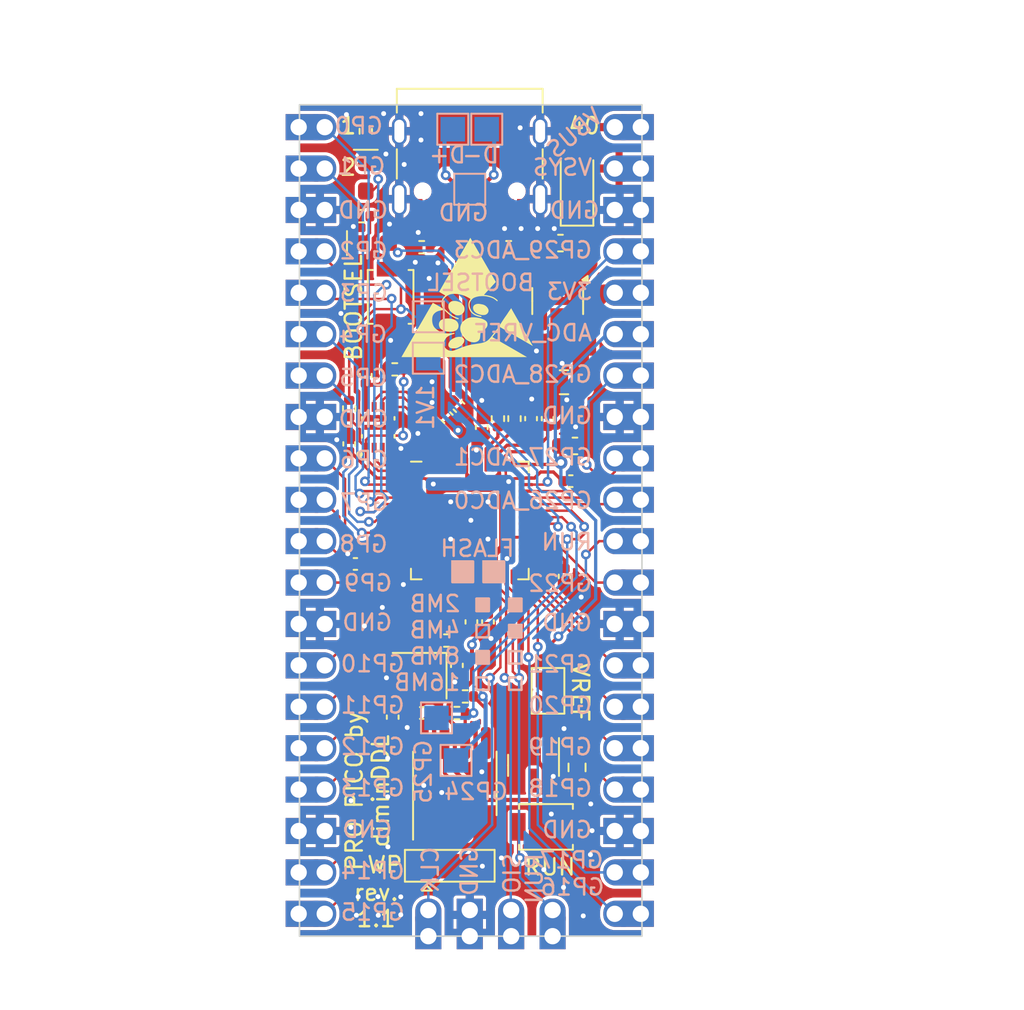
<source format=kicad_pcb>
(kicad_pcb (version 20221018) (generator pcbnew)
  (layers (0 "F.Cu" signal) (31 "B.Cu" signal) (34 "B.Paste" user) (35 "F.Paste" user) (36 "B.SilkS" user "B.Silkscreen") (37 "F.SilkS" user "F.Silkscreen") (38 "B.Mask" user) (39 "F.Mask" user) (44 "Edge.Cuts" user))
  (net 0 "")
  (net 1 "Net-(C3-Pad1)")
  (net 2 "GND")
  (net 3 "+3V3")
  (net 4 "/XIN")
  (net 5 "+5V")
  (net 6 "+1V1")
  (net 7 "VBUS")
  (net 8 "Net-(D2-K)")
  (net 9 "/GPIO23")
  (net 10 "Net-(D3-K)")
  (net 11 "/EEPROM_SCL")
  (net 12 "Net-(J1-CC1)")
  (net 13 "/D+")
  (net 14 "/D-")
  (net 16 "Net-(J1-CC2)")
  (net 18 "/SWCLK")
  (net 19 "/SWD")
  (net 20 "/RUN")
  (net 21 "/GPIO0")
  (net 22 "/GPIO1")
  (net 23 "/GPIO2")
  (net 24 "/GPIO3")
  (net 25 "/GPIO4")
  (net 26 "/GPIO5")
  (net 27 "/GPIO6")
  (net 28 "/GPIO7")
  (net 29 "/GPIO8")
  (net 30 "/GPIO9")
  (net 31 "/GPIO10")
  (net 32 "/GPIO11")
  (net 33 "/GPIO12")
  (net 34 "/GPIO13")
  (net 35 "/GPIO14")
  (net 36 "/GPIO15")
  (net 37 "/GPIO29_ADC3")
  (net 38 "/GPIO28_ADC2")
  (net 39 "/GPIO27_ADC1")
  (net 40 "/GPIO26_ADC0")
  (net 41 "/GPIO22")
  (net 42 "/GPIO21")
  (net 43 "/GPIO20")
  (net 44 "/GPIO19")
  (net 45 "/GPIO18")
  (net 46 "/GPIO17")
  (net 47 "/GPIO16")
  (net 48 "/EEPROM_WP")
  (net 49 "/3V0_VREF")
  (net 50 "/QSPI_SS")
  (net 51 "Net-(R1-Pad2)")
  (net 52 "/XOUT")
  (net 53 "/DP")
  (net 54 "/EEPROM_SDA")
  (net 58 "/QSPI_SD1")
  (net 59 "/QSPI_SD2")
  (net 60 "/QSPI_SD0")
  (net 61 "/QSPI_SCLK")
  (net 62 "/QSPI_SD3")
  (net 64 "/DN")
  (net 65 "/ADC_VREF")
  (footprint "W25Q16JVUXIQ_TR:IC_W25Q16JVUXIQ_TR" (layer "F.Cu") (at 97.2566 59.1058 90)
    (fp_text reference "U2" hide)
    (fp_text value "W25Q16JVUXIQ")
  )
  (footprint "Resistor_SMD:R_0402_1005Metric" (layer "F.Cu") (at 96.2406 46.1518 180)
    (fp_text reference "R13" hide)
    (fp_text value "1k")
  )
  (footprint "Button_Switch_SMD:SW_SPST_B3U-1000P" (layer "F.Cu") (at 98.0186 51.1048 90)
    (fp_text reference "SW1" hide)
    (fp_text value "BOOTSEL")
  )
  (footprint "Capacitor_SMD:C_0402_1005Metric" (layer "F.Cu") (at 107.6452 58.5724 90)
    (fp_text reference "C12" hide)
    (fp_text value "1u")
  )
  (footprint "Capacitor_SMD:C_0603_1608Metric_Pad1.08x0.95mm_HandSolder" (layer "F.Cu") (at 108.4326 47.8028 180)
    (fp_text reference "C4" hide)
    (fp_text value "22u")
  )
  (footprint "Capacitor_SMD:C_0402_1005Metric" (layer "F.Cu") (at 98.1456 76.8858 -90)
    (fp_text reference "C2" hide)
    (fp_text value "18p")
  )
  (footprint "RP2040:RP2040-QFN-56" (layer "F.Cu") (at 102.8748 64.8208)
    (fp_text reference "U5" hide)
    (fp_text value "RP2040")
  )
  (footprint "Capacitor_SMD:C_0402_1005Metric" (layer "F.Cu") (at 103.6066 59.1058 90)
    (fp_text reference "C13" hide)
    (fp_text value "100n")
  )
  (footprint "Resistor_SMD:R_0402_1005Metric" (layer "F.Cu") (at 101.4476 72.1868 180)
    (fp_text reference "R5" hide)
    (fp_text value "1k")
  )
  (footprint "Resistor_SMD:R_0402_1005Metric" (layer "F.Cu") (at 99.9236 48.0568 180)
    (fp_text reference "R3" hide)
    (fp_text value "5.1k")
  )
  (footprint "Capacitor_SMD:C_0402_1005Metric" (layer "F.Cu") (at 109.0676 62.4078)
    (fp_text reference "C14" hide)
    (fp_text value "100n")
  )
  (footprint "Jumper:SolderJumper-3_P2.0mm_Open_TrianglePad1.0x1.5mm" (layer "F.Cu") (at 101.6446 86.0298)
    (fp_text reference "JP1" hide)
    (fp_text value "EEPROM_WP")
  )
  (footprint "Capacitor_SMD:C_0402_1005Metric" (layer "F.Cu") (at 99.9236 76.6318 180)
    (fp_text reference "C1" hide)
    (fp_text value "100n")
  )
  (footprint "connector:Pico_20pin" (layer "F.Cu") (at 111.76 88.9508 180)
    (fp_text reference "J4" hide)
    (fp_text value "RIGHT")
  )
  (footprint "Capacitor_SMD:C_0402_1005Metric" (layer "F.Cu") (at 102.0826 73.7108 -90)
    (fp_text reference "C3" hide)
    (fp_text value "18p")
  )
  (footprint "connector:Pico_4pin" (layer "F.Cu") (at 104.14 88.7222 90)
    (fp_text reference "J2" hide)
    (fp_text value "SWD")
  )
  (footprint "Package_TO_SOT_SMD:SOT-23-5" (layer "F.Cu") (at 108.2625 51.36 -90)
    (fp_text reference "U3" hide)
    (fp_text value "AP2112K-3.3")
  )
  (footprint "Resistor_SMD:R_0402_1005Metric" (layer "F.Cu") (at 96.4946 40.9448 90)
    (fp_text reference "R12" hide)
    (fp_text value "1k")
  )
  (footprint "Package_SO:SOIC-8_3.9x4.9mm_P1.27mm" (layer "F.Cu") (at 101.9556 80.9498 90)
    (fp_text reference "U1" hide)
    (fp_text value "FM24CL16B")
  )
  (footprint "Capacitor_SMD:C_0402_1005Metric" (layer "F.Cu") (at 102.9716 71.0438 -90)
    (fp_text reference "C18" hide)
    (fp_text value "100n")
  )
  (footprint "Capacitor_SMD:C_0603_1608Metric_Pad1.08x0.95mm_HandSolder" (layer "F.Cu") (at 109.3216 60.2488)
    (fp_text reference "C7" hide)
    (fp_text value "10n C0G")
  )
  (footprint "Capacitor_SMD:C_0402_1005Metric" (layer "F.Cu") (at 95.8596 67.4878 180)
    (fp_text reference "C17" hide)
    (fp_text value "100n")
  )
  (footprint "Resistor_SMD:R_0402_1005Metric" (layer "F.Cu") (at 105.6132 58.5724 -90)
    (fp_text reference "R9" hide)
    (fp_text value "27")
  )
  (footprint "Capacitor_SMD:C_0402_1005Metric" (layer "F.Cu") (at 108.6866 68.2498 -90)
    (fp_text reference "C11" hide)
    (fp_text value "100n")
  )
  (footprint "Diode_SMD:D_SOD-123" (layer "F.Cu") (at 109.4486 44.3738 90)
    (fp_text reference "D1" hide)
    (fp_text value "B5819W")
  )
  (footprint "Crystal:Crystal_SMD_2520-4Pin_2.5x2.0mm" (layer "F.Cu") (at 99.7966 74.3458 180)
    (fp_text reference "Y1" hide)
    (fp_text value "ECS-120-12-36-AGN-TR3")
  )
  (footprint "LED_SMD:LED_0603_1608Metric_Pad1.05x0.95mm_HandSolder" (layer "F.Cu") (at 97.0026 47.8028)
    (fp_text reference "D3" hide)
    (fp_text value "LED")
  )
  (footprint "connector:Pico_20pin" (layer "F.Cu") (at 93.98 40.6908)
    (fp_text reference "J3" hide)
    (fp_text value "LEFT")
  )
  (footprint "Resistor_SMD:R_0402_1005Metric" (layer "F.Cu") (at 95.4786 57.9628 90)
    (fp_text reference "R1" hide)
    (fp_text value "1k")
  )
  (footprint "Connector_USB:USB_C_Receptacle_Palconn_UTC16-G" (layer "F.Cu") (at 102.87 43.1778 180)
    (fp_text reference "J1" hide)
    (fp_text value "USB_C_Receptacle_USB2.0")
  )
  (footprint "Resistor_SMD:R_0402_1005Metric" (layer "F.Cu") (at 102.5906 75.6158)
    (fp_text reference "R10" hide)
    (fp_text value "1k")
  )
  (footprint "LOGO" (layer "F.Cu") (at 102.904939 51.31909)
    (fp_text reference "G***" hide)
    (fp_text value "LOGO" hide)
  )
  (footprint "Capacitor_SMD:C_0402_1005Metric" (layer "F.Cu") (at 95.4786 60.1218 90)
    (fp_text reference "C16" hide)
    (fp_text value "100n")
  )
  (footprint "Resistor_SMD:R_0402_1005Metric" (layer "F.Cu") (at 102.0806 76.6338)
    (fp_text reference "R11" hide)
    (fp_text value "1k")
  )
  (footprint "Resistor_SMD:R_0402_1005Metric" (layer "F.Cu") (at 105.2576 48.0568)
    (fp_text reference "R4" hide)
    (fp_text value "5.1k")
  )
  (footprint "Package_TO_SOT_SMD:SOT-23" (layer "F.Cu") (at 106.7816 79.8438 -90)
    (fp_text reference "U4" hide)
    (fp_text value "LM4040DBZ-3")
  )
  (footprint "Resistor_SMD:R_0402_1005Metric" (layer "F.Cu") (at 98.2726 55.5498)
    (fp_text reference "R2" hide)
    (fp_text value "DNP")
  )
  (footprint "Button_Switch_SMD:SW_SPST_B3U-1000P" (layer "F.Cu") (at 107.5436 83.6168)
    (fp_text reference "SW2" hide)
    (fp_text value "RES")
  )
  (footprint "Capacitor_SMD:C_0402_1005Metric" (layer "F.Cu") (at 103.9876 71.0438 -90)
    (fp_text reference "C9" hide)
    (fp_text value "100n")
  )
  (footprint "Capacitor_SMD:C_0805_2012Metric_Pad1.18x1.45mm_HandSolder" (layer "F.Cu") (at 108.65 56.34 180)
    (fp_text reference "C6" hide)
    (fp_text value "22u")
  )
  (footprint "Resistor_SMD:R_0603_1608Metric" (layer "F.Cu") (at 109.4486 79.9708 -90)
    (fp_text reference "R7" hide)
    (fp_text value "150")
  )
  (footprint "Resistor_SMD:R_0402_1005Metric" (layer "F.Cu") (at 104.5972 58.5724 -90)
    (fp_text reference "R8" hide)
    (fp_text value "27")
  )
  (footprint "Capacitor_SMD:C_0402_1005Metric" (layer "F.Cu") (at 102.2096 57.8358 135)
    (fp_text reference "C15" hide)
    (fp_text value "100n")
  )
  (footprint "Capacitor_SMD:C_0402_1005Metric" (layer "F.Cu") (at 106.6292 58.5724 90)
    (fp_text reference "C10" hide)
    (fp_text value "1u")
  )
  (footprint "Capacitor_SMD:C_0402_1005Metric" (layer "F.Cu") (at 101.489189 58.512389 135)
    (fp_text reference "C8" hide)
    (fp_text value "100n")
  )
  (footprint "Jumper:SolderJumper-2_P1.3mm_Open_TrianglePad1.0x1.5mm" (layer "F.Cu") (at 107.6706 75.2718 -90)
    (fp_text reference "JP2" hide)
    (fp_text value "VREF")
  )
  (footprint "LED_SMD:LED_0603_1608Metric_Pad1.05x0.95mm_HandSolder" (layer "F.Cu") (at 96.4946 43.7388 -90)
    (fp_text reference "D2" hide)
    (fp_text value "LED")
  )
  (footprint "Capacitor_SMD:C_0402_1005Metric" (layer "F.Cu") (at 96.4946 55.9308 90)
    (fp_text reference "C5" hide)
    (fp_text value "100n")
  )
  (footprint "TestPoint:TestPoint_Pad_1.5x1.5mm" (layer "B.Cu") (at 102.03 79.54 180)
    (fp_text reference "TP6" hide)
    (fp_text value "GP24")
  )
  (footprint "TestPoint:TestPoint_Pad_1.5x1.5mm" (layer "B.Cu") (at 100.33 54.864 180)
    (fp_text reference "TP2" hide)
    (fp_text value "VREG")
  )
  (footprint "TestPoint:TestPoint_Pad_1.5x1.5mm" (layer "B.Cu") (at 102.87 44.5008 180)
    (fp_text reference "TP4" hide)
    (fp_text value "GND")
  )
  (footprint "TestPoint:TestPoint_Pad_1.5x1.5mm" (layer "B.Cu") (at 100.33 52.324 180)
    (fp_text reference "TP1" hide)
    (fp_text value "BOOTSEL")
  )
  (footprint "TestPoint:TestPoint_Pad_1.5x1.5mm" (layer "B.Cu") (at 100.83 76.93 180)
    (fp_text reference "TP3" hide)
    (fp_text value "GP25")
  )
  (footprint "TestPoint:TestPoint_Pad_1.5x1.5mm" (layer "B.Cu") (at 101.8286 40.8178 180)
    (fp_text reference "TP5" hide)
    (fp_text value "D+")
  )
  (footprint "TestPoint:TestPoint_Pad_1.5x1.5mm" (layer "B.Cu") (at 103.9114 40.8178 180)
    (fp_text reference "TP7" hide)
    (fp_text value "D-")
  )
  (gr_rect (start 101.805 67.335) (end 103.075 68.605) (stroke (width 0.15)) (fill none) (layer "B.SilkS"))
  (gr_rect (start 103.71 67.335) (end 104.98 68.605) (stroke (width 0.15)) (fill none) (layer "B.SilkS"))
  (gr_rect (start 92.4306 39.3208) (end 113.4306 90.3208) (stroke (width 0.1)) (fill none) (layer "Edge.Cuts"))
  (gr_text "RUN" (at 110.4646 66.7258) (layer "B.SilkS") (effects (font (size 1 1)) (justify left bottom mirror)))
  (gr_text "GP11" (at 98.97 76.74) (layer "B.SilkS") (effects (font (size 1 1)) (justify left bottom mirror)))
  (gr_text "GP16" (at 111.22 87.9) (layer "B.SilkS") (effects (font (size 1 1)) (justify left bottom mirror)))
  (gr_text "GP5" (at 97.92 56.65) (layer "B.SilkS") (effects (font (size 1 1)) (justify left bottom mirror)))
  (gr_text "D+" (at 102.7176 42.9768) (layer "B.SilkS") (effects (font (size 1 1)) (justify left bottom mirror)))
  (gr_text "GP28_ADC2" (at 110.4646 56.4388) (layer "B.SilkS") (effects (font (size 1 1)) (justify left bottom mirror)))
  (gr_text "GP15" (at 98.97 89.44) (layer "B.SilkS") (effects (font (size 1 1)) (justify left bottom mirror)))
  (gr_text "GP9" (at 98.208 69.247) (layer "B.SilkS") (effects (font (size 1 1)) (justify left bottom mirror)))
  (gr_text "GP25" (at 100.6 78.18 90) (layer "B.SilkS") (effects (font (size 1 1)) (justify left bottom mirror)))
  (gr_text "GND" (at 110.92 46.38) (layer "B.SilkS") (effects (font (size 1 1)) (justify left bottom mirror)))
  (gr_text "VBUS" (at 111.23 40.2 40) (layer "B.SilkS") (effects (font (size 1 1)) (justify left bottom mirror)))
  (gr_text "3V3" (at 110.4646 51.3588) (layer "B.SilkS") (effects (font (size 1 1)) (justify left bottom mirror)))
  (gr_text "CLK" (at 101.04 84.75 90) (layer "B.SilkS") (effects (font (size 1 1)) (justify left bottom mirror)))
  (gr_text "1V1" (at 100.75 56.4 90) (layer "B.SilkS") (effects (font (size 1 1)) (justify left bottom mirror)))
  (gr_text "GP8" (at 97.93 66.86) (layer "B.SilkS") (effects (font (size 1 1)) (justify left bottom mirror)))
  (gr_text "RUN" (at 107.4166 85.1408 90) (layer "B.SilkS") (effects (font (size 1 1)) (justify left bottom mirror)))
  (gr_text "GP14" (at 98.97 86.9) (layer "B.SilkS") (effects (font (size 1 1)) (justify left bottom mirror)))
  (gr_text "GP4" (at 97.9 53.99) (layer "B.SilkS") (effects (font (size 1 1)) (justify left bottom mirror)))
  (gr_text "GP20" (at 110.4646 76.7588) (layer "B.SilkS") (effects (font (size 1 1)) (justify left bottom mirror)))
  (gr_text "GND" (at 97.98 59.19) (layer "B.SilkS") (effects (font (size 1 1)) (justify left bottom mirror)))
  (gr_text "GP0" (at 97.6376 41.1988) (layer "B.SilkS") (effects (font (size 1 1)) (justify left bottom mirror)))
  (gr_text "GP22" (at 110.4646 69.2658) (layer "B.SilkS") (effects (font (size 1 1)) (justify left bottom mirror)))
  (gr_text "GP10" (at 98.97 74.2) (layer "B.SilkS") (effects (font (size 1 1)) (justify left bottom mirror)))
  (gr_text "GP13" (at 98.97 81.82) (layer "B.SilkS") (effects (font (size 1 1)) (justify left bottom mirror)))
  (gr_text "SIO" (at 106.05 85.14 90) (layer "B.SilkS") (effects (font (size 1 1)) (justify left bottom mirror)))
  (gr_text "GP18" (at 110.4646 81.8388) (layer "B.SilkS") (effects (font (size 1 1)) (justify left bottom mirror)))
  (gr_text "GP29_ADC3" (at 110.4646 48.8188) (layer "B.SilkS") (effects (font (size 1 1)) (justify left bottom mirror)))
  (gr_text "VSYS" (at 110.4646 43.7388) (layer "B.SilkS") (effects (font (size 1 1)) (justify left bottom mirror)))
  (gr_text "■ ■ 2MB\n■ □ 4MB\n□ ■ 8MB\n□ □ 16MB" (at 106.38 75.34) (layer "B.SilkS") (effects (font (size 1 1)) (justify left bottom mirror)))
  (gr_text "GND" (at 98.208 71.66) (layer "B.SilkS") (effects (font (size 1 1)) (justify left bottom mirror)))
  (gr_text "ADC_VREF" (at 110.4646 53.8988) (layer "B.SilkS") (effects (font (size 1 1)) (justify left bottom mirror)))
  (gr_text "GP19" (at 110.4646 79.2988) (layer "B.SilkS") (effects (font (size 1 1)) (justify left bottom mirror)))
  (gr_text "GP1" (at 97.79 43.67) (layer "B.SilkS") (effects (font (size 1 1)) (justify left bottom mirror)))
  (gr_text "GP7" (at 97.98 64.29) (layer "B.SilkS") (effects (font (size 1 1)) (justify left bottom mirror)))
  (gr_text "GP3" (at 97.95 51.46) (layer "B.SilkS") (effects (font (size 1 1)) (justify left bottom mirror)))
  (gr_text "GP26_ADC0" (at 110.4646 64.1858) (layer "B.SilkS") (effects (font (size 1 1)) (justify left bottom mirror)))
  (gr_text "GP6" (at 97.96 61.68) (layer "B.SilkS") (effects (font (size 1 1)) (justify left bottom mirror)))
  (gr_text "GND" (at 110.4646 84.3788) (layer "B.SilkS") (effects (font (size 1 1)) (justify left bottom mirror)))
  (gr_text "FLASH" (at 105.6974 67.1202) (layer "B.SilkS") (effects (font (size 1 1)) (justify left bottom mirror)))
  (gr_text "GND" (at 103.43 84.7 90) (layer "B.SilkS") (effects (font (size 1 1)) (justify left bottom mirror)))
  (gr_text "GP27_ADC1" (at 110.4646 61.5188) (layer "B.SilkS") (effects (font (size 1 1)) (justify left bottom mirror)))
  (gr_text "GND" (at 97.96 46.37) (layer "B.SilkS") (effects (font (size 1 1)) (justify left bottom mirror)))
  (gr_text "GP12" (at 98.97 79.28) (layer "B.SilkS") (effects (font (size 1 1)) (justify left bottom mirror)))
  (gr_text "GND" (at 104.1146 46.5328) (layer "B.SilkS") (effects (font (size 1 1)) (justify left bottom mirror)))
  (gr_text "GP2" (at 97.93 48.87) (layer "B.SilkS") (effects (font (size 1 1)) (justify left bottom mirror)))
  (gr_text "GP17" (at 111.16 86.24) (layer "B.SilkS") (effects (font (size 1 1)) (justify left bottom mirror)))
  (gr_text "GP24" (at 105.3 82.04) (layer "B.SilkS") (effects (font (size 1 1)) (justify left bottom mirror)))
  (gr_text "GND" (at 110.4646 71.6788) (layer "B.SilkS") (effects (font (size 1 1)) (justify left bottom mirror)))
  (gr_text "GND" (at 98.208 84.36) (layer "B.SilkS") (effects (font (size 1 1)) (justify left bottom mirror)))
  (gr_text "D-" (at 104.7496 42.9768) (layer "B.SilkS") (effects (font (size 1 1)) (justify left bottom mirror)))
  (gr_text "GND" (at 110.4646 58.9788) (layer "B.SilkS") (effects (font (size 1 1)) (justify left bottom mirror)))
  (gr_text "BOOTSEL" (at 106.91 50.81) (layer "B.SilkS") (effects (font (size 1 1)) (justify left bottom mirror)))
  (gr_text "GP21" (at 110.4646 74.2188) (layer "B.SilkS") (effects (font (size 1 1)) (justify left bottom mirror)))
  (gr_text "40" (at 108.83 41.2) (layer "F.SilkS") (effects (font (size 1 1) (thickness 0.15) bold) (justify left bottom)))
  (gr_text "1" (at 94.8436 41.1988) (layer "F.SilkS") (effects (font (size 1 1) (thickness 0.15) bold) (justify left bottom)))
  (gr_text "2" (at 94.8436 43.7388) (layer "F.SilkS") (effects (font (size 1 1) (thickness 0.15) bold) (justify left bottom)))
  (gr_text "1" (at 94.8436 41.1988) (layer "F.SilkS") (effects (font (size 1 1) (thickness 0.15) bold) (justify left bottom)))
  (gr_text "rev.\n1.1" (at 97.1296 89.8398) (layer "F.SilkS") (effects (font (size 1 1)) (justify bottom)))
  (gr_text "WP" (at 96.4946 86.5378) (layer "F.SilkS") (effects (font (size 1 1)) (justify left bottom)))
  (gr_text "PRO PICO by\ndiminDDL" (at 97.99 81.42 90) (layer "F.SilkS") (effects (font (size 1 1)) (justify bottom)))
  (gr_text "BOOTSEL" (at 96.33 55.12 90) (layer "F.SilkS") (effects (font (size 1 1)) (justify left bottom)))
  (gr_text "RUN" (at 106.1466 86.6648) (layer "F.SilkS") (effects (font (size 1 1)) (justify left bottom)))
  (gr_text "VREF" (at 109.0676 73.4568 -90) (layer "F.SilkS") (effects (font (size 1 1)) (justify left bottom)))
  (segment (start 100.9376 73.3798) (end 100.6716 73.6458) (width 0.2) (layer "F.Cu") (net 1))
  (segment (start 101.0866 73.2308) (end 100.6716 73.6458) (width 0.2) (layer "F.Cu") (net 1))
  (segment (start 102.0826 73.2308) (end 101.0866 73.2308) (width 0.2) (layer "F.Cu") (net 1))
  (segment (start 100.9376 72.1868) (end 100.9376 73.3798) (width 0.2) (layer "F.Cu") (net 1))
  (segment (start 108.2625 48.4952) (end 108.2625 50.2225) (width 0.5) (layer "F.Cu") (net 2))
  (segment (start 98.602538 60.3558) (end 98.649163 60.402425) (width 0.15) (layer "F.Cu") (net 2))
  (segment (start 95.389317 66.862518) (end 95.3796 66.872235) (width 0.15) (layer "F.Cu") (net 2))
  (segment (start 95.3796 66.872235) (end 95.3796 67.4878) (width 0.15) (layer "F.Cu") (net 2))
  (segment (start 98.0066 60.3558) (end 98.602538 60.3558) (width 0.15) (layer "F.Cu") (net 2))
  (segment (start 107.5701 47.8028) (end 108.2625 48.4952) (width 0.5) (layer "F.Cu") (net 2))
  (via (at 108.65 77.59) (size 0.6) (drill 0.3) (layers "F.Cu" "B.Cu") (net 2))
  (via (at 98.0186 53.7718) (size 0.6) (drill 0.3) (layers "F.Cu" "B.Cu") (net 2))
  (via (at 94.7166 59.8678) (size 0.6) (drill 0.3) (layers "F.Cu" "B.Cu") (net 2))
  (via (at 100.0506 81.0768) (size 0.6) (drill 0.3) (layers "F.Cu" "B.Cu") (net 2))
  (via (at 99.71 47.15) (size 0.6) (drill 0.3) (layers "F.Cu" "B.Cu") (net 2))
  (via (at 103.9876 63.6778) (size 0.6) (drill 0.3) (layers "F.Cu" "B.Cu") (net 2))
  (via (at 95.389317 66.862518) (size 0.6) (drill 0.3) (layers "F.Cu" "B.Cu") (net 2))
  (via (at 99.69 59.48) (size 0.6) (drill 0.3) (layers "F.Cu" "B.Cu") (net 2))
  (via (at 95.7326 46.7868) (size 0.6) (drill 0.3) (layers "F.Cu" "B.Cu") (net 2))
  (via (at 95.92 89.04) (size 0.6) (drill 0.3) (layers "F.Cu" "B.Cu") (net 2))
  (via (at 103.61 80.24) (size 0.6) (drill 0.3) (layers "F.Cu" "B.Cu") (net 2))
  (via (at 110.29 82.21) (size 0.6) (drill 0.3) (layers "F.Cu" "B.Cu") (net 2))
  (via (at 97.84 79.41) (size 0.6) (drill 0.3) (layers "F.Cu" "B.Cu") (net 2))
  (via (at 94.9706 52.1208) (size 0.6) (drill 0.3) (layers "F.Cu" "B.Cu") (net 2))
  (via (at 103.9876 65.9638) (size 0.6) (drill 0.3) (layers "F.Cu" "B.Cu") (net 2))
  (via (at 98.64 87.91) (size 0.6) (drill 0.3) (layers "F.Cu" "B.Cu") (net 2))
  (via (at 107.0356 46.9138) (size 0.6) (drill 0.3) (layers "F.Cu" "B.Cu") (net 2))
  (via (at 97.95 46.64) (size 0.6) (drill 0.3) (layers "F.Cu" "B.Cu") (net 2))
  (via (at 99.53 48.98) (size 0.6) (drill 0.3) (layers "F.Cu" "B.Cu") (net 2))
  (via (at 101.15 81.51) (size 0.6) (drill 0.3) (layers "F.Cu" "B.Cu") (net 2))
  (via (at 97.26 89.04) (size 0.6) (drill 0.3) (layers "F.Cu" "B.Cu") (net 2))
  (via (at 106.96 54.42) (size 0.6) (drill 0.3) (layers "F.Cu" "B.Cu") (net 2))
  (via (at 99.0346 77.5208) (size 0.6) (drill 0.3) (layers "F.Cu" "B.Cu") (net 2))
  (via (at 106.67 57.37) (size 0.6) (drill 0.3) (layers "F.Cu" "B.Cu") (net 2))
  (via (at 101.7016 63.6778) (size 0.6) (drill 0.3) (layers "F.Cu" "B.Cu") (net 2))
  (via (at 108.534405 55.179182) (size 0.6) (drill 0.3) (layers "F.Cu" "B.Cu") (net 2))
  (via (at 103.6066 57.4548) (size 0.6) (drill 0.3) (layers "F.Cu" "B.Cu") (net 2))
  (via (at 102.94 64.81) (size 0.6) (drill 0.3) (layers "F.Cu" "B.Cu") (net 2))
  (via (at 97.7646 74.4728) (size 0.6) (drill 0.3) (layers "F.Cu" "B.Cu") (net 2))
  (via (at 98.64 89.01) (size 0.6) (drill 0.3) (layers "F.Cu" "B.Cu") (net 2))
  (via (at 101.7016 65.9638) (size 0.6) (drill 0.3) (layers "F.Cu" "B.Cu") (net 2))
  (via (at 105.0036 46.9138) (size 0.6) (drill 0.3) (layers "F.Cu" "B.Cu") (net 2))
  (via (at 107.41 86.24) (size 0.6) (drill 0.3) (layers "F.Cu" "B.Cu") (net 2))
  (via (at 100.92 49.02) (size 0.6) (drill 0.3) (layers "F.Cu" "B.Cu") (net 2))
  (via (at 98.85 42.98) (size 0.6) (drill 0.3) (layers "F.Cu" "B.Cu") (net 2))
  (via (at 100.5586 57.5818) (size 0.6) (drill 0.3) (layers "F.Cu" "B.Cu") (net 2))
  (via (at 95.59 82.01) (size 0.6) (drill 0.3) (layers "F.Cu" "B.Cu") (net 2))
  (via (at 97.73 42.34) (size 0.6) (drill 0.3) (layers "F.Cu" "B.Cu") (net 2))
  (via (at 106.0196 46.9138) (size 0.6) (drill 0.3) (layers "F.Cu" "B.Cu") (net 2))
  (via (at 98.8 68.75) (size 0.6) (drill 0.3) (layers "F.Cu" "B.Cu") (net 2))
  (via (at 98.649163 60.402425) (size 0.6) (drill 0.3) (layers "F.Cu" "B.Cu") (net 2))
  (via (at 107.87 82.83) (size 0.6) (drill 0.3) (layers "F.Cu" "B.Cu") (net 2))
  (via (at 95.31 39.92) (size 0.6) (drill 0.3) (layers "F.Cu" "B.Cu") (net 2))
  (via (at 110.37 83.85) (size 0.6) (drill 0.3) (layers "F.Cu" "B.Cu") (net 2))
  (via (at 108.62 87.33) (size 0.6) (drill 0.3) (layers "F.Cu" "B.Cu") (net 2))
  (via (at 109.36 59.08) (size 0.6) (drill 0.3) (layers "F.Cu" "B.Cu") (net 2))
  (via (at 109.8296 89.0778) (size 0.6) (drill 0.3) (layers "F.Cu" "B.Cu") (net 2))
  (via (at 101.9556 74.7268) (size 0.6) (drill 0.3) (layers "F.Cu" "B.Cu") (net 2))
  (via (at 107.99 80.52) (size 0.6) (drill 0.3) (layers "F.Cu" "B.Cu") (net 2))
  (via (at 104.1751 72.0598) (size 0.6) (drill 0.3) (layers "F.Cu" "B.Cu") (net 2))
  (via (at 96.03 87.91) (size 0.6) (drill 0.3) (layers "F.Cu" "B.Cu") (net 2))
  (via (at 100.5586 56.3118) (size 0.6) (drill 0.3) (layers "F.Cu" "B.Cu") (net 2))
  (via (at 99.88 41.48) (size 0.6) (drill 0.3) (layers "F.Cu" "B.Cu") (net 2))
  (via (at 104.8101 85.5218) (size 0.6) (drill 0.3) (layers "F.Cu" "B.Cu") (net 2))
  (via (at 100.38 49.97) (size 0.6) (drill 0.3) (layers "F.Cu" "B.Cu") (net 2))
  (via (at 97.24 87.9) (size 0.6) (drill 0.3) (layers "F.Cu" "B.Cu") (net 2))
  (via (at 97.59 39.86) (size 0.6) (drill 0.3) (layers "F.Cu" "B.Cu") (net 2))
  (via (at 95.58 83.65) (size 0.6) (drill 0.3) (layers "F.Cu" "B.Cu") (net 2))
  (via (at 108.82 57.42) (size 0.6) (drill 0.3) (layers "F.Cu" "B.Cu") (net 2))
  (via (at 109.7026 69.5198) (size 0.6) (drill 0.3) (layers "F.Cu" "B.Cu") (net 2))
  (via (at 99.88 39.86) (size 0.6) (drill 0.3) (layers "F.Cu" "B.Cu") (net 2))
  (via (at 96.41 71.29) (size 0.6) (drill 0.3) (layers "F.Cu" "B.Cu") (net 2))
  (via (at 108.0516 46.9138) (size 0.6) (drill 0.3) (layers "F.Cu" "B.Cu") (net 2))
  (via (at 97.85 84.84) (size 0.6) (drill 0.3) (layers "F.Cu" "B.Cu") (net 2))
  (via (at 97.84 81.77) (size 0.6) (drill 0.3) (layers "F.Cu" "B.Cu") (net 2))
  (via (at 97.5106 70.1548) (size 0.6) (drill 0.3) (layers "F.Cu" "B.Cu") (net 2))
  (via (at 103.6446 86.0298) (size 0.6) (drill 0.3) (layers "F.Cu" "B.Cu") (net 2))
  (via (at 110.27 85.32) (size 0.6) (drill 0.3) (layers "F.Cu" "B.Cu") (net 2))
  (via (at 105.96 40.73) (size 0.6) (drill 0.3) (layers "F.Cu" "B.Cu") (net 2))
  (segment (start 97.6751 56.1473) (end 97.3241 56.4983) (width 0.25) (layer "F.Cu") (net 3))
  (segment (start 108.3661 81.9658) (end 109.4486 80.8833) (width 0.25) (layer "F.Cu") (net 3))
  (segment (start 101.9556 80.1878) (end 103.7336 81.9658) (width 0.25) (layer "F.Cu") (net 3))
  (segment (start 108.6866 67.256595) (end 108.6866 67.7698) (width 0.2) (layer "F.Cu") (net 3))
  (segment (start 107.9981 61.8463) (end 107.2161 61.8463) (width 0.2) (layer "F.Cu") (net 3))
  (segment (start 111.0992 50.8508) (end 109.4525 52.4975) (width 1) (layer "F.Cu") (net 3))
  (segment (start 106.7308 60.6044) (end 107.6452 59.69) (width 0.2) (layer "F.Cu") (net 3))
  (segment (start 101.5726 76.6318) (end 101.5726 77.0108) (width 0.25) (layer "F.Cu") (net 3))
  (segment (start 99.4373 62.2208) (end 97.17427 62.2208) (width 0.2) (layer "F.Cu") (net 3))
  (segment (start 98.406296 65.8208) (end 96.739296 67.4878) (width 0.2) (layer "F.Cu") (net 3))
  (segment (start 107.6452 59.69) (end 107.6452 59.0524) (width 0.2) (layer "F.Cu") (net 3))
  (segment (start 108.5596 62.4078) (end 107.9981 61.8463) (width 0.2) (layer "F.Cu") (net 3))
  (segment (start 103.005161 72.440022) (end 103.005161 74.691239) (width 0.25) (layer "F.Cu") (net 3))
  (segment (start 103.7336 81.9658) (end 108.3661 81.9658) (width 0.25) (layer "F.Cu") (net 3))
  (segment (start 109.2125 54.0785) (end 109.2125 52.4975) (width 1) (layer "F.Cu") (net 3))
  (segment (start 103.005161 74.691239) (end 102.0806 75.6158) (width 0.25) (layer "F.Cu") (net 3))
  (segment (start 97.3241 56.4983) (end 96.4946 56.4983) (width 0.25) (layer "F.Cu") (net 3))
  (segment (start 101.5726 76.6318) (end 101.5726 76.1238) (width 0.25) (layer "F.Cu") (net 3))
  (segment (start 100.0506 78.4748) (end 100.0506 77.0723) (width 0.25) (layer "F.Cu") (net 3))
  (segment (start 101.5726 76.1238) (end 102.0806 75.6158) (width 0.25) (layer "F.Cu") (net 3))
  (segment (start 98.6536 79.1718) (end 98.6536 85.6488) (width 0.25) (layer "F.Cu") (net 3))
  (segment (start 99.0346 86.0298) (end 99.6446 86.0298) (width 0.25) (layer "F.Cu") (net 3))
  (segment (start 109.6772 56.3157) (end 109.6772 54.5432) (width 1) (layer "F.Cu") (net 3))
  (segment (start 107.250805 65.8208) (end 108.6866 67.256595) (width 0.2) (layer "F.Cu") (net 3))
  (segment (start 98.6536 85.6488) (end 99.0346 86.0298) (width 0.25) (layer "F.Cu") (net 3))
  (segment (start 109.6875 57.6025) (end 109.6875 56.34) (width 0.4) (layer "F.Cu") (net 3))
  (segment (start 95.55527 60.6018) (end 95.4786 60.6018) (width 0.2) (layer "F.Cu") (net 3))
  (segment (start 105.321226 60.6044) (end 106.7308 60.6044) (width 0.2) (layer "F.Cu") (net 3))
  (segment (start 107.6452 59.0524) (end 107.9076 59.0524) (width 0.25) (layer "F.Cu") (net 3))
  (segment (start 97.6751 55.2583) (end 100.4456 52.4878) (width 0.25) (layer "F.Cu") (net 3))
  (segment (start 96.4946 56.4983) (end 96.4946 57.8438) (width 0.25) (layer "F.Cu") (net 3))
  (segment (start 101.9556 77.3938) (end 101.9556 80.1878) (width 0.25) (layer "F.Cu") (net 3))
  (segment (start 105.0748 60.850826) (end 105.321226 60.6044) (width 0.2) (layer "F.Cu") (net 3))
  (segment (start 111.76 50.8508) (end 111.0992 50.8508) (width 1) (layer "F.Cu") (net 3))
  (segment (start 100.4911 76.6318) (end 101.5726 76.6318) (width 0.25) (layer "F.Cu") (net 3))
  (segment (start 109.6772 54.5432) (end 109.2125 54.0785) (width 1) (layer "F.Cu") (net 3))
  (segment (start 100.4456 52.4878) (end 101.0916 52.4878) (width 0.25) (layer "F.Cu") (net 3))
  (segment (start 100.0506 77.0723) (end 100.4911 76.6318) (width 0.25) (layer "F.Cu") (net 3))
  (segment (start 99.4373 65.8208) (end 98.406296 65.8208) (width 0.2) (layer "F.Cu") (net 3))
  (segment (start 101.5726 77.0108) (end 101.9556 77.3938) (width 0.25) (layer "F.Cu") (net 3))
  (segment (start 97.6751 55.5498) (end 97.6751 56.1473) (width 0.25) (layer "F.Cu") (net 3))
  (segment (start 106.3123 65.8208) (end 107.250805 65.8208) (width 0.2) (layer "F.Cu") (net 3))
  (segment (start 96.4946 57.8438) (end 96.5066 57.8558) (width 0.25) (layer "F.Cu") (net 3))
  (segment (start 103.0748 70.4606) (end 102.9716 70.5638) (width 0.2) (layer "F.Cu") (net 3))
  (segment (start 105.0748 61.3833) (end 105.0748 60.850826) (width 0.2) (layer "F.Cu") (net 3))
  (segment (start 106.8416 62.2208) (end 106.3123 62.2208) (width 0.2) (layer "F.Cu") (net 3))
  (segment (start 100.0506 78.4748) (end 99.3506 78.4748) (width 0.25) (layer "F.Cu") (net 3))
  (segment (start 108.2376 59.0524) (end 109.6875 57.6025) (width 0.4) (layer "F.Cu") (net 3))
  (segment (start 107.2161 61.8463) (end 106.8416 62.2208) (width 0.2) (layer "F.Cu") (net 3))
  (segment (start 103.0748 68.2583) (end 103.0748 70.4606) (width 0.2) (layer "F.Cu") (net 3))
  (segment (start 109.4525 52.4975) (end 109.2125 52.4975) (width 1) (layer "F.Cu") (net 3))
  (segment (start 97.6751 55.5498) (end 97.6751 55.2583) (width 0.25) (layer "F.Cu") (net 3))
  (segment (start 107.6452 59.0524) (end 108.2376 59.0524) (width 0.4) (layer "F.Cu") (net 3))
  (segment (start 108.5876 62.4078) (end 108.5596 62.4078) (width 0.2) (layer "F.Cu") (net 3))
  (segment (start 97.17427 62.2208) (end 95.55527 60.6018) (width 0.2) (layer "F.Cu") (net 3))
  (segment (start 99.3506 78.4748) (end 98.6536 79.1718) (width 0.25) (layer "F.Cu") (net 3))
  (segment (start 96.739296 67.4878) (end 96.3396 67.4878) (width 0.2) (layer "F.Cu") (net 3))
  (via (at 105.156 67.1576) (size 0.6) (drill 0.3) (layers "F.Cu" "B.Cu") (net 3))
  (via (at 105.2576 62.4332) (size 0.6) (drill 0.3) (layers "F.Cu" "B.Cu") (net 3))
  (via (at 103.2753 60.5028) (size 0.6) (drill 0.3) (layers "F.Cu" "B.Cu") (net 3))
  (via (at 100.6348 62.5856) (size 0.6) (drill 0.3) (layers "F.Cu" "B.Cu") (net 3))
  (via (at 103.005161 72.440022) (size 0.6) (drill 0.3) (layers "F.Cu" "B.Cu") (net 3))
  (segment (start 105.156 70.1294) (end 105.156 67.1576) (width 0.25) (layer "B.Cu") (net 3))
  (segment (start 103.005161 72.280239) (end 105.156 70.1294) (width 0.25) (layer "B.Cu") (net 3))
  (segment (start 103.005161 72.440022) (end 103.005161 72.280239) (width 0.25) (layer "B.Cu") (net 3))
  (segment (start 99.2236 75.0458) (end 99.7966 74.4728) (width 0.2) (layer "F.Cu") (net 4))
  (segment (start 98.9216 75.0938) (end 98.1456 75.8698) (width 0.2) (layer "F.Cu") (net 4))
  (segment (start 99.7966 72.1868) (end 102.2748 69.7086) (width 0.2) (layer "F.Cu") (net 4))
  (segment (start 99.7966 74.4728) (end 99.7966 72.1868) (width 0.2) (layer "F.Cu") (net 4))
  (segment (start 98.9216 75.0458) (end 98.9216 75.0938) (width 0.2) (layer "F.Cu") (net 4))
  (segment (start 98.1456 75.8698) (end 98.1456 76.4058) (width 0.2) (layer "F.Cu") (net 4))
  (segment (start 102.2748 69.7086) (end 102.2748 68.2583) (width 0.2) (layer "F.Cu") (net 4))
  (segment (start 98.9216 75.0458) (end 99.2236 75.0458) (width 0.2) (layer "F.Cu") (net 4))
  (segment (start 107.3125 50.2225) (end 107.3125 50.884999) (width 0.5) (layer "F.Cu") (net 5))
  (segment (start 109.2125 47.8854) (end 109.2951 47.8028) (width 0.5) (layer "F.Cu") (net 5))
  (segment (start 109.2125 50.2225) (end 109.2125 47.8854) (width 0.5) (layer "F.Cu") (net 5))
  (segment (start 107.3125 50.884999) (end 107.777501 51.35) (width 0.5) (layer "F.Cu") (net 5))
  (segment (start 107.777501 51.35) (end 108.76 51.35) (width 0.5) (layer "F.Cu") (net 5))
  (segment (start 108.76 51.35) (end 109.2125 50.8975) (width 0.5) (layer "F.Cu") (net 5))
  (segment (start 109.2125 50.8975) (end 109.2125 50.2225) (width 0.5) (layer "F.Cu") (net 5))
  (segment (start 105.15554 60.2044) (end 106.1148 60.2044) (width 0.2) (layer "F.Cu") (net 6))
  (segment (start 104.6748 60.68514) (end 105.15554 60.2044) (width 0.2) (layer "F.Cu") (net 6))
  (segment (start 103.4748 70.051) (end 103.9876 70.5638) (width 0.2) (layer "F.Cu") (net 6))
  (segment (start 106.1148 60.2044) (end 106.6292 59.69) (width 0.2) (layer "F.Cu") (net 6))
  (segment (start 103.4748 68.2583) (end 103.4748 70.051) (width 0.2) (layer "F.Cu") (net 6))
  (segment (start 104.6748 61.3833) (end 104.6748 60.68514) (width 0.2) (layer "F.Cu") (net 6))
  (segment (start 106.6292 59.69) (end 106.6292 59.0524) (width 0.2) (layer "F.Cu") (net 6))
  (via (at 102.151794 59.290606) (size 0.6) (drill 0.3) (layers "F.Cu" "B.Cu") (net 6))
  (segment (start 101.1936 55.7276) (end 100.33 54.864) (width 0.25) (layer "B.Cu") (net 6))
  (segment (start 102.151794 59.290606) (end 101.1936 58.332412) (width 0.25) (layer "B.Cu") (net 6))
  (segment (start 101.1936 58.332412) (end 101.1936 55.7276) (width 0.25) (layer "B.Cu") (net 6))
  (segment (start 96.4946 41.4548) (end 96.4946 42.8638) (width 0.25) (layer "F.Cu") (net 8))
  (segment (start 97.2566 43.8658) (end 97.2566 44.2468) (width 0.15) (layer "F.Cu") (net 9))
  (segment (start 108.284018 65.195511) (end 108.109307 65.0208) (width 0.15) (layer "F.Cu") (net 9))
  (segment (start 97.2566 44.2468) (end 96.8896 44.6138) (width 0.15) (layer "F.Cu") (net 9))
  (segment (start 96.8896 44.6138) (end 96.4946 44.6138) (width 0.15) (layer "F.Cu") (net 9))
  (segment (start 108.109307 65.0208) (end 106.3123 65.0208) (width 0.15) (layer "F.Cu") (net 9))
  (via (at 108.284018 65.195511) (size 0.6) (drill 0.3) (layers "F.Cu" "B.Cu") (net 9))
  (via (at 97.2566 43.8658) (size 0.6) (drill 0.3) (layers "F.Cu" "B.Cu") (net 9))
  (segment (start 101.7016 57.2016) (end 106.5 62) (width 0.15) (layer "B.Cu") (net 9))
  (segment (start 106.5 62.8) (end 108.284018 64.584018) (width 0.15) (layer "B.Cu") (net 9))
  (segment (start 97.2566 49.033127) (end 99.328273 51.1048) (width 0.15) (layer "B.Cu") (net 9))
  (segment (start 106.5 62) (end 106.5 62.8) (width 0.15) (layer "B.Cu") (net 9))
  (segment (start 99.328273 51.1048) (end 101.1936 51.1048) (width 0.15) (layer "B.Cu") (net 9))
  (segment (start 108.284018 64.584018) (end 108.284018 65.195511) (width 0.15) (layer "B.Cu") (net 9))
  (segment (start 101.1936 51.1048) (end 101.7016 51.6128) (width 0.15) (layer "B.Cu") (net 9))
  (segment (start 97.2566 43.8658) (end 97.2566 49.033127) (width 0.15) (layer "B.Cu") (net 9))
  (segment (start 101.7016 51.6128) (end 101.7016 57.2016) (width 0.15) (layer "B.Cu") (net 9))
  (segment (start 96.7506 46.1518) (end 96.7506 47.1798) (width 0.15) (layer "F.Cu") (net 10))
  (segment (start 96.7506 47.1798) (end 96.1276 47.8028) (width 0.15) (layer "F.Cu") (net 10))
  (segment (start 109.882997 65.656403) (end 109.882997 65.201759) (width 0.15) (layer "F.Cu") (net 11))
  (segment (start 102.5906 76.6338) (end 102.5926 76.6318) (width 0.2) (layer "F.Cu") (net 11))
  (segment (start 103.0986 76.6318) (end 102.5926 76.6318) (width 0.2) (layer "F.Cu") (net 11))
  (segment (start 102.5906 78.4748) (end 102.5906 76.6338) (width 0.2) (layer "F.Cu") (net 11))
  (segment (start 108.844457 65.968158) (end 109.571242 65.968158) (width 0.15) (layer "F.Cu") (net 11))
  (segment (start 109.882997 65.201759) (end 109.882997 65.001197) (width 0.15) (layer "F.Cu") (net 11))
  (segment (start 109.882997 65.001197) (end 109.1026 64.2208) (width 0.15) (layer "F.Cu") (net 11))
  (segment (start 98.4561 48.3813) (end 97.8776 47.8028) (width 0.15) (layer "F.Cu") (net 11))
  (segment (start 109.1026 64.2208) (end 106.3123 64.2208) (width 0.15) (layer "F.Cu") (net 11))
  (segment (start 109.571242 65.968158) (end 109.882997 65.656403) (width 0.15) (layer "F.Cu") (net 11))
  (via (at 98.4561 48.3813) (size 0.6) (drill 0.3) (layers "F.Cu" "B.Cu") (net 11))
  (via (at 108.844457 65.968158) (size 0.6) (drill 0.3) (layers "F.Cu" "B.Cu") (net 11))
  (via (at 109.882997 65.201759) (size 0.6) (drill 0.3) (layers "F.Cu" "B.Cu") (net 11))
  (via (at 103.0986 76.6318) (size 0.6) (drill 0.3) (layers "F.Cu" "B.Cu") (net 11))
  (segment (start 108.844457 68.345943) (end 108.844457 65.968158) (width 0.15) (layer "B.Cu") (net 11))
  (segment (start 103.0986 76.6318) (end 103.0921 76.6253) (width 0.15) (layer "B.Cu") (net 11))
  (segment (start 107.307574 63.0738) (end 107.8286 63.0738) (width 0.15) (layer "B.Cu") (net 11))
  (segment (start 100.983174 48.27) (end 101.82 49.106826) (width 0.15) (layer "B.Cu") (net 11))
  (segment (start 107.0046 61.754826) (end 107.0046 62.770826) (width 0.15) (layer "B.Cu") (net 11))
  (segment (start 102.66 57.410226) (end 107.0046 61.754826) (width 0.15) (layer "B.Cu") (net 11))
  (segment (start 103.0921 76.6253) (end 103.0921 75.377627) (width 0.15) (layer "B.Cu") (net 11))
  (segment (start 98.4561 48.3813) (end 98.5674 48.27) (width 0.15) (layer "B.Cu") (net 11))
  (segment (start 103.0921 75.377627) (end 103.0986 75.371127) (width 0.15) (layer "B.Cu") (net 11))
  (segment (start 98.4561 48.3813) (end 98.4701 48.3813) (width 0.15) (layer "B.Cu") (net 11))
  (segment (start 102.8004 76.93) (end 103.0986 76.6318) (width 0.25) (layer "B.Cu") (net 11))
  (segment (start 107.0046 62.770826) (end 107.307574 63.0738) (width 0.15) (layer "B.Cu") (net 11))
  (segment (start 101.82 50.49) (end 102.66 51.33) (width 0.15) (layer "B.Cu") (net 11))
  (segment (start 101.82 49.106826) (end 101.82 50.49) (width 0.15) (layer "B.Cu") (net 11))
  (segment (start 102.66 51.33) (end 102.66 57.410226) (width 0.15) (layer "B.Cu") (net 11))
  (segment (start 103.0986 75.371127) (end 103.0986 74.0918) (width 0.15) (layer "B.Cu") (net 11))
  (segment (start 103.0986 74.0918) (end 108.844457 68.345943) (width 0.15) (layer "B.Cu") (net 11))
  (segment (start 109.882997 65.128197) (end 109.882997 65.201759) (width 0.15) (layer "B.Cu") (net 11))
  (segment (start 98.5674 48.27) (end 100.983174 48.27) (width 0.15) (layer "B.Cu") (net 11))
  (segment (start 107.8286 63.0738) (end 109.882997 65.128197) (width 0.15) (layer "B.Cu") (net 11))
  (segment (start 100.83 76.93) (end 102.8004 76.93) (width 0.25) (layer "B.Cu") (net 11))
  (segment (start 104.12 47.5542) (end 104.6226 48.0568) (width 0.2) (layer "F.Cu") (net 12))
  (segment (start 104.6226 48.0568) (end 104.6601 48.0568) (width 0.2) (layer "F.Cu") (net 12))
  (segment (start 104.12 45.6878) (end 104.12 47.5542) (width 0.2) (layer "F.Cu") (net 12))
  (segment (start 102.2876 44.7548) (end 102.9716 44.7548) (width 0.25) (layer "F.Cu") (net 13))
  (segment (start 102.35 47.4) (end 102.35 48.886398) (width 0.75) (layer "F.Cu") (net 13))
  (segment (start 102.12 44.3604) (end 102.12 45.6878) (width 0.25) (layer "F.Cu") (net 13))
  (segment (start 102.35 48.886398) (end 104.6552 51.191598) (width 0.75) (layer "F.Cu") (net 13))
  (segment (start 102.12 45.6878) (end 102.12 47.17) (width 0.25) (layer "F.Cu") (net 13))
  (segment (start 104.6552 51.191598) (end 104.6552 57.524399) (width 0.75) (layer "F.Cu") (net 13))
  (segment (start 101.3968 43.6372) (end 102.12 44.3604) (width 0.25) (layer "F.Cu") (net 13))
  (segment (start 102.12 47.17) (end 102.35 47.4) (width 0.25) (layer "F.Cu") (net 13))
  (segment (start 102.12 44.9224) (end 102.2876 44.7548) (width 0.25) (layer "F.Cu") (net 13))
  (segment (start 102.9716 44.7548) (end 103.12 44.9032) (width 0.25) (layer "F.Cu") (net 13))
  (segment (start 103.12 44.9032) (end 103.12 45.6878) (width 0.25) (layer "F.Cu") (net 13))
  (segment (start 104.6552 57.524399) (end 104.5972 57.582399) (width 0.75) (layer "F.Cu") (net 13))
  (segment (start 104.5972 57.582399) (end 104.5972 58.0624) (width 0.75) (layer "F.Cu") (net 13))
  (segment (start 102.12 45.6878) (end 102.12 44.9224) (width 0.25) (layer "F.Cu") (net 13))
  (via (at 101.3968 43.6372) (size 0.6) (drill 0.3) (layers "F.Cu" "B.Cu") (net 13))
  (segment (start 101.3206 43.561) (end 101.3206 41.3258) (width 0.25) (layer "B.Cu") (net 13))
  (segment (start 101.3968 43.6372) (end 101.3206 43.561) (width 0.25) (layer "B.Cu") (net 13))
  (segment (start 101.3206 41.3258) (end 101.8286 40.8178) (width 0.25) (layer "B.Cu") (net 13))
  (segment (start 103.62 45.6878) (end 103.62 44.335) (width 0.25) (layer "F.Cu") (net 14))
  (segment (start 102.62 46.6328) (end 102.62 45.6878) (width 0.25) (layer "F.Cu") (net 14))
  (segment (start 105.5552 50.818802) (end 105.5552 57.524399) (width 0.75) (layer "F.Cu") (net 14))
  (segment (start 103.62 46.6464) (end 103.4796 46.7868) (width 0.25) (layer "F.Cu") (net 14))
  (segment (start 103.62 44.335) (end 104.3432 43.6118) (width 0.25) (layer "F.Cu") (net 14))
  (segment (start 103.4796 46.7868) (end 102.774 46.7868) (width 0.25) (layer "F.Cu") (net 14))
  (segment (start 103.36 47.0482) (end 103.0986 46.7868) (width 0.25) (layer "F.Cu") (net 14))
  (segment (start 103.36 47.34) (end 103.36 48.623602) (width 0.75) (layer "F.Cu") (net 14))
  (segment (start 103.36 48.623602) (end 105.5552 50.818802) (width 0.75) (layer "F.Cu") (net 14))
  (segment (start 105.5552 57.524399) (end 105.6132 57.582399) (width 0.75) (layer "F.Cu") (net 14))
  (segment (start 102.774 46.7868) (end 102.62 46.6328) (width 0.25) (layer "F.Cu") (net 14))
  (segment (start 103.36 47.34) (end 103.36 47.0482) (width 0.25) (layer "F.Cu") (net 14))
  (segment (start 103.62 45.6878) (end 103.62 46.6464) (width 0.25) (layer "F.Cu") (net 14))
  (segment (start 105.6132 57.582399) (end 105.6132 58.0624) (width 0.75) (layer "F.Cu") (net 14))
  (segment (start 103.0986 46.7868) (end 102.774 46.7868) (width 0.25) (layer "F.Cu") (net 14))
  (via (at 104.3432 43.6118) (size 0.6) (drill 0.3) (layers "F.Cu" "B.Cu") (net 14))
  (segment (start 104.3432 43.6118) (end 104.3686 43.5864) (width 0.25) (layer "B.Cu") (net 14))
  (segment (start 104.3686 43.5864) (end 104.3686 41.275) (width 0.25) (layer "B.Cu") (net 14))
  (segment (start 104.3686 41.275) (end 103.9114 40.8178) (width 0.25) (layer "B.Cu") (net 14))
  (segment (start 100.60335 48.0568) (end 100.5211 48.0568) (width 0.2) (layer "F.Cu") (net 16))
  (segment (start 101.12 45.6878) (end 101.12 47.54015) (width 0.2) (layer "F.Cu") (net 16))
  (segment (start 101.12 47.54015) (end 100.60335 48.0568) (width 0.2) (layer "F.Cu") (net 16))
  (segment (start 104.7496 73.8378) (end 104.7496 70.0278) (width 0.15) (layer "F.Cu") (net 18))
  (segment (start 103.8748 69.153) (end 103.8748 68.2583) (width 0.15) (layer "F.Cu") (net 18))
  (segment (start 104.7496 70.0278) (end 103.8748 69.153) (width 0.15) (layer "F.Cu") (net 18))
  (segment (start 104.1146 74.4728) (end 104.7496 73.8378) (width 0.15) (layer "F.Cu") (net 18))
  (via (at 104.1146 74.4728) (size 0.6) (drill 0.3) (layers "F.Cu" "B.Cu") (net 18))
  (segment (start 104.2416 74.5998) (end 104.2416 83.4898) (width 0.15) (layer "B.Cu") (net 18))
  (segment (start 100.33 87.4014) (end 100.33 88.7222) (width 0.15) (layer "B.Cu") (net 18))
  (segment (start 104.1146 74.4728) (end 104.2416 74.5998) (width 0.15) (layer "B.Cu") (net 18))
  (segment (start 104.2416 83.4898) (end 100.33 87.4014) (width 0.15) (layer "B.Cu") (net 18))
  (segment (start 105.0036 74.4728) (end 105.0996 74.3768) (width 0.15) (layer "F.Cu") (net 19))
  (segment (start 105.0996 74.3768) (end 105.0996 69.882825) (width 0.15) (layer "F.Cu") (net 19))
  (segment (start 104.2748 69.058026) (end 104.2748 68.2583) (width 0.15) (layer "F.Cu") (net 19))
  (segment (start 105.0996 69.882825) (end 104.2748 69.058026) (width 0.15) (layer "F.Cu") (net 19))
  (via (at 105.0036 74.4728) (size 0.6) (drill 0.3) (layers "F.Cu" "B.Cu") (net 19))
  (segment (start 105.3846 74.8538) (end 105.3846 88.6968) (width 0.15) (layer "B.Cu") (net 19))
  (segment (start 105.0036 74.4728) (end 105.3846 74.8538) (width 0.15) (layer "B.Cu") (net 19))
  (segment (start 105.3846 88.6968) (end 105.41 88.7222) (width 0.15) (layer "B.Cu") (net 19))
  (segment (start 104.6748 68.963051) (end 104.6748 68.2583) (width 0.15) (layer "F.Cu") (net 20))
  (segment (start 111.76 66.0908) (end 110.805214 66.0908) (width 0.15) (layer "F.Cu") (net 20))
  (segment (start 105.8436 85.4063) (end 105.8436 83.6168) (width 0.15) (layer "F.Cu") (net 20))
  (segment (start 105.5116 74.0918) (end 105.5116 69.799851) (width 0.15) (layer "F.Cu") (net 20))
  (segment (start 105.9591 85.5218) (end 105.8436 85.4063) (width 0.15) (layer "F.Cu") (net 20))
  (segment (start 105.8926 74.4728) (end 105.5116 74.0918) (width 0.15) (layer "F.Cu") (net 20))
  (segment (start 105.5116 69.799851) (end 104.6748 68.963051) (width 0.15) (layer "F.Cu") (net 20))
  (segment (start 110.805214 66.0908) (end 109.9921 66.903914) (width 0.15) (layer "F.Cu") (net 20))
  (via (at 105.8926 74.4728) (size 0.6) (drill 0.3) (layers "F.Cu" "B.Cu") (net 20))
  (via (at 109.9921 66.903914) (size 0.6) (drill 0.3) (layers "F.Cu" "B.Cu") (net 20))
  (via (at 105.9591 85.5218) (size 0.6) (drill 0.3) (layers "F.Cu" "B.Cu") (net 20))
  (segment (start 105.9591 86.7313) (end 107.95 88.7222) (width 0.15) (layer "B.Cu") (net 20))
  (segment (start 105.9591 85.5218) (end 105.8926 85.4553) (width 0.15) (layer "B.Cu") (net 20))
  (segment (start 105.9591 85.5218) (end 105.9591 86.7313) (width 0.15) (layer "B.Cu") (net 20))
  (segment (start 105.8926 85.4553) (end 105.8926 74.4728) (width 0.15) (layer "B.Cu") (net 20))
  (segment (start 105.8926 74.4728) (end 105.9591 74.5393) (width 0.15) (layer "B.Cu") (net 20))
  (segment (start 109.9921 68.3413) (end 105.8926 72.4408) (width 0.15) (layer "B.Cu") (net 20))
  (segment (start 109.9921 66.903914) (end 109.9921 68.3413) (width 0.15) (layer "B.Cu") (net 20))
  (segment (start 105.8926 72.4408) (end 105.8926 74.4728) (width 0.15) (layer "B.Cu") (net 20))
  (segment (start 96.444549 62.422548) (end 96.642801 62.6208) (width 0.15) (layer "F.Cu") (net 21))
  (segment (start 96.642801 62.6208) (end 99.4373 62.6208) (width 0.15) (layer "F.Cu") (net 21))
  (via (at 96.444549 62.422548) (size 0.6) (drill 0.3) (layers "F.Cu" "B.Cu") (net 21))
  (segment (start 96.444549 62.422548) (end 96.670049 62.197048) (width 0.15) (layer "B.Cu") (net 21))
  (segment (start 96.670049 62.197048) (end 96.670049 43.380849) (width 0.15) (layer "B.Cu") (net 21))
  (segment (start 96.670049 43.380849) (end 93.98 40.6908) (width 0.15) (layer "B.Cu") (net 21))
  (segment (start 96.2626 63.0208) (end 99.4373 63.0208) (width 0.15) (layer "F.Cu") (net 22))
  (segment (start 96.1136 63.1698) (end 96.2626 63.0208) (width 0.15) (layer "F.Cu") (net 22))
  (via (at 96.1136 63.1698) (size 0.6) (drill 0.3) (layers "F.Cu" "B.Cu") (net 22))
  (segment (start 95.870049 62.926249) (end 95.870049 62.101228) (width 0.15) (layer "B.Cu") (net 22))
  (segment (start 96.320049 61.651228) (end 96.320049 45.570849) (width 0.15) (layer "B.Cu") (net 22))
  (segment (start 95.870049 62.101228) (end 96.320049 61.651228) (width 0.15) (layer "B.Cu") (net 22))
  (segment (start 96.320049 45.570849) (end 93.98 43.2308) (width 0.15) (layer "B.Cu") (net 22))
  (segment (start 96.1136 63.1698) (end 95.870049 62.926249) (width 0.15) (layer "B.Cu") (net 22))
  (segment (start 95.6171 50.3543) (end 93.98 48.7172) (width 0.15) (layer "F.Cu") (net 23))
  (segment (start 93.98 48.7172) (end 93.98 48.3108) (width 0.15) (layer "F.Cu") (net 23))
  (segment (start 97.246574 63.4208) (end 99.4373 63.4208) (width 0.15) (layer "F.Cu") (net 23))
  (segment (start 96.7486 63.6778) (end 96.989574 63.6778) (width 0.15) (layer "F.Cu") (net 23))
  (segment (start 96.989574 63.6778) (end 97.246574 63.4208) (width 0.15) (layer "F.Cu") (net 23))
  (segment (start 97.7646 50.3543) (end 95.6171 50.3543) (width 0.15) (layer "F.Cu") (net 23))
  (via (at 97.7646 50.3543) (size 0.6) (drill 0.3) (layers "F.Cu" "B.Cu") (net 23))
  (via (at 96.7486 63.6778) (size 0.6) (drill 0.3) (layers "F.Cu" "B.Cu") (net 23))
  (segment (start 97.652912 50.3543) (end 97.7646 50.3543) (width 0.15) (layer "B.Cu") (net 23))
  (segment (start 97.020049 50.987163) (end 97.652912 50.3543) (width 0.15) (layer "B.Cu") (net 23))
  (segment (start 97.020049 63.406351) (end 97.020049 50.987163) (width 0.15) (layer "B.Cu") (net 23))
  (segment (start 96.7486 63.6778) (end 97.020049 63.406351) (width 0.15) (layer "B.Cu") (net 23))
  (segment (start 96.157364 64.269036) (end 96.277017 64.269036) (width 0.15) (layer "F.Cu") (net 24))
  (segment (start 97.4946 63.8208) (end 99.4373 63.8208) (width 0.15) (layer "F.Cu") (net 24))
  (segment (start 96.277017 64.269036) (end 96.320781 64.3128) (width 0.15) (layer "F.Cu") (net 24))
  (segment (start 94.361 51.2318) (end 93.98 50.8508) (width 0.15) (layer "F.Cu") (net 24))
  (segment (start 98.0568 51.2318) (end 94.361 51.2318) (width 0.15) (layer "F.Cu") (net 24))
  (segment (start 96.320781 64.3128) (end 97.0026 64.3128) (width 0.15) (layer "F.Cu") (net 24))
  (segment (start 97.0026 64.3128) (end 97.4946 63.8208) (width 0.15) (layer "F.Cu") (net 24))
  (segment (start 98.0786 51.21) (end 98.0568 51.2318) (width 0.15) (layer "F.Cu") (net 24))
  (via (at 96.157364 64.269036) (size 0.6) (drill 0.3) (layers "F.Cu" "B.Cu") (net 24))
  (via (at 98.0786 51.21) (size 0.6) (drill 0.3) (layers "F.Cu" "B.Cu") (net 24))
  (segment (start 96.277017 64.269036) (end 96.157364 64.269036) (width 0.15) (layer "B.Cu") (net 24))
  (segment (start 97.86 63.4554) (end 97.0026 64.3128) (width 0.15) (layer "B.Cu") (net 24))
  (segment (start 96.320781 64.3128) (end 96.277017 64.269036) (width 0.15) (layer "B.Cu") (net 24))
  (segment (start 98.0786 52.093473) (end 98.08 52.094873) (width 0.15) (layer "B.Cu") (net 24))
  (segment (start 97.4436 53.533627) (end 97.4436 63.039) (width 0.15) (layer "B.Cu") (net 24))
  (segment (start 97.4436 63.039) (end 97.86 63.4554) (width 0.15) (layer "B.Cu") (net 24))
  (segment (start 98.08 52.897227) (end 97.4436 53.533627) (width 0.15) (layer "B.Cu") (net 24))
  (segment (start 97.0026 64.3128) (end 96.320781 64.3128) (width 0.15) (layer "B.Cu") (net 24))
  (segment (start 98.0786 51.21) (end 98.0786 52.093473) (width 0.15) (layer "B.Cu") (net 24))
  (segment (start 98.08 52.094873) (end 98.08 52.897227) (width 0.15) (layer "B.Cu") (net 24))
  (segment (start 97.048372 64.902028) (end 97.7296 64.2208) (width 0.15) (layer "F.Cu") (net 25))
  (segment (start 96.684017 64.902028) (end 97.048372 64.902028) (width 0.15) (layer "F.Cu") (net 25))
  (segment (start 97.7296 64.2208) (end 99.4373 64.2208) (width 0.15) (layer "F.Cu") (net 25))
  (via (at 96.684017 64.902028) (size 0.6) (drill 0.3) (layers "F.Cu" "B.Cu") (net 25))
  (segment (start 96.684017 64.902028) (end 95.977888 64.902028) (width 0.15) (layer "B.Cu") (net 25))
  (segment (start 95.471472 62.004831) (end 95.970049 61.506254) (width 0.15) (layer "B.Cu") (net 25))
  (segment (start 95.977888 64.902028) (end 95.471472 64.395612) (width 0.15) (layer "B.Cu") (net 25))
  (segment (start 95.970049 55.380849) (end 93.98 53.3908) (width 0.15) (layer "B.Cu") (net 25))
  (segment (start 95.471472 64.395612) (end 95.471472 62.004831) (width 0.15) (layer "B.Cu") (net 25))
  (segment (start 95.970049 61.506254) (end 95.970049 55.380849) (width 0.15) (layer "B.Cu") (net 25))
  (segment (start 97.133376 65.573442) (end 98.086018 64.6208) (width 0.15) (layer "F.Cu") (net 26))
  (segment (start 96.249958 65.573442) (end 97.133376 65.573442) (width 0.15) (layer "F.Cu") (net 26))
  (segment (start 98.086018 64.6208) (end 99.4373 64.6208) (width 0.15) (layer "F.Cu") (net 26))
  (via (at 96.249958 65.573442) (size 0.6) (drill 0.3) (layers "F.Cu" "B.Cu") (net 26))
  (segment (start 96.154328 65.573442) (end 95.121472 64.540586) (width 0.15) (layer "B.Cu") (net 26))
  (segment (start 95.121472 61.859857) (end 95.620049 61.36128) (width 0.15) (layer "B.Cu") (net 26))
  (segment (start 95.121472 64.540586) (end 95.121472 61.859857) (width 0.15) (layer "B.Cu") (net 26))
  (segment (start 96.249958 65.573442) (end 96.154328 65.573442) (width 0.15) (layer "B.Cu") (net 26))
  (segment (start 95.620049 61.36128) (end 95.620049 57.570849) (width 0.15) (layer "B.Cu") (net 26))
  (segment (start 95.620049 57.570849) (end 93.98 55.9308) (width 0.15) (layer "B.Cu") (net 26))
  (segment (start 99.4373 65.0208) (end 98.180992 65.0208) (width 0.15) (layer "F.Cu") (net 27))
  (segment (start 95.2246 62.2808) (end 93.98 61.0362) (width 0.15) (layer "F.Cu") (net 27))
  (segment (start 96.983992 66.2178) (end 96.08185 66.2178) (width 0.15) (layer "F.Cu") (net 27))
  (segment (start 96.08185 66.2178) (end 95.2246 65.36055) (width 0.15) (layer "F.Cu") (net 27))
  (segment (start 98.180992 65.0208) (end 96.983992 66.2178) (width 0.15) (layer "F.Cu") (net 27))
  (segment (start 95.2246 65.36055) (end 95.2246 62.2808) (width 0.15) (layer "F.Cu") (net 27))
  (segment (start 93.98 61.0362) (end 93.98 61.0108) (width 0.15) (layer "F.Cu") (net 27))
  (segment (start 93.98 63.7032) (end 93.98 63.5508) (width 0.15) (layer "F.Cu") (net 28))
  (segment (start 94.8746 64.5978) (end 93.98 63.7032) (width 0.15) (layer "F.Cu") (net 28))
  (segment (start 99.4373 65.4208) (end 98.275966 65.4208) (width 0.15) (layer "F.Cu") (net 28))
  (segment (start 94.8746 65.534627) (end 94.8746 64.5978) (width 0.15) (layer "F.Cu") (net 28))
  (segment (start 97.097966 66.5988) (end 95.938773 66.5988) (width 0.15) (layer "F.Cu") (net 28))
  (segment (start 95.938773 66.5988) (end 94.8746 65.534627) (width 0.15) (layer "F.Cu") (net 28))
  (segment (start 98.275966 65.4208) (end 97.097966 66.5988) (width 0.15) (layer "F.Cu") (net 28))
  (segment (start 98.536626 66.2208) (end 96.634626 68.1228) (width 0.15) (layer "F.Cu") (net 29))
  (segment (start 94.7166 67.7418) (end 94.7166 66.8274) (width 0.15) (layer "F.Cu") (net 29))
  (segment (start 96.634626 68.1228) (end 95.0976 68.1228) (width 0.15) (layer "F.Cu") (net 29))
  (segment (start 99.4373 66.2208) (end 98.536626 66.2208) (width 0.15) (layer "F.Cu") (net 29))
  (segment (start 94.7166 66.8274) (end 93.98 66.0908) (width 0.15) (layer "F.Cu") (net 29))
  (segment (start 95.0976 68.1228) (end 94.7166 67.7418) (width 0.15) (layer "F.Cu") (net 29))
  (segment (start 99.4373 66.6208) (end 98.6316 66.6208) (width 0.15) (layer "F.Cu") (net 30))
  (segment (start 96.6216 68.6308) (end 93.98 68.6308) (width 0.15) (layer "F.Cu") (net 30))
  (segment (start 98.6316 66.6208) (end 96.6216 68.6308) (width 0.15) (layer "F.Cu") (net 30))
  (segment (start 95.2866 72.4042) (end 95.2866 70.4738) (width 0.15) (layer "F.Cu") (net 31))
  (segment (start 95.2866 70.4738) (end 98.7396 67.0208) (width 0.15) (layer "F.Cu") (net 31))
  (segment (start 98.7396 67.0208) (end 99.4373 67.0208) (width 0.15) (layer "F.Cu") (net 31))
  (segment (start 93.98 73.7108) (end 95.2866 72.4042) (width 0.15) (layer "F.Cu") (net 31))
  (segment (start 95.6366 70.6934) (end 98.9092 67.4208) (width 0.15) (layer "F.Cu") (net 32))
  (segment (start 93.98 76.2508) (end 95.6366 74.5942) (width 0.15) (layer "F.Cu") (net 32))
  (segment (start 95.6366 74.5942) (end 95.6366 70.6934) (width 0.15) (layer "F.Cu") (net 32))
  (segment (start 98.9092 67.4208) (end 99.4373 67.4208) (width 0.15) (layer "F.Cu") (net 32))
  (segment (start 95.9866 73.0758) (end 95.9866 76.7842) (width 0.15) (layer "F.Cu") (net 33))
  (segment (start 95.9866 76.7842) (end 93.98 78.7908) (width 0.15) (layer "F.Cu") (net 33))
  (segment (start 100.2748 68.2583) (end 100.2748 68.7876) (width 0.15) (layer "F.Cu") (net 33))
  (segment (start 100.2748 68.7876) (end 95.9866 73.0758) (width 0.15) (layer "F.Cu") (net 33))
  (segment (start 96.3676 78.9432) (end 93.98 81.3308) (width 0.15) (layer "F.Cu") (net 34))
  (segment (start 100.6748 68.2583) (end 100.6748 68.8956) (width 0.15) (layer "F.Cu") (net 34))
  (segment (start 96.3676 73.2028) (end 96.3676 78.9432) (width 0.15) (layer "F.Cu") (net 34))
  (segment (start 100.6748 68.8956) (end 96.3676 73.2028) (width 0.15) (layer "F.Cu") (net 34))
  (segment (start 101.0748 68.2583) (end 101.0748 69.0036) (width 0.15) (layer "F.Cu") (net 35))
  (segment (start 96.7486 83.6422) (end 93.98 86.4108) (width 0.15) (layer "F.Cu") (net 35))
  (segment (start 96.7486 73.3298) (end 96.7486 83.6422) (width 0.15) (layer "F.Cu") (net 35))
  (segment (start 101.0748 69.0036) (end 96.7486 73.3298) (width 0.15) (layer "F.Cu") (net 35))
  (segment (start 97.1296 73.443774) (end 97.1296 85.8012) (width 0.15) (layer "F.Cu") (net 36))
  (segment (start 101.4748 68.2583) (end 101.4748 69.098574) (width 0.15) (layer "F.Cu") (net 36))
  (segment (start 101.4748 69.098574) (end 97.1296 73.443774) (width 0.15) (layer "F.Cu") (net 36))
  (segment (start 97.1296 85.8012) (end 93.98 88.9508) (width 0.15) (layer "F.Cu") (net 36))
  (segment (start 107.465269 62.6208) (end 106.3123 62.6208) (width 0.15) (layer "F.Cu") (net 37))
  (segment (start 107.639769 62.4463) (end 107.465269 62.6208) (width 0.15) (layer "F.Cu") (net 37))
  (via (at 107.639769 62.4463) (size 0.6) (drill 0.3) (layers "F.Cu" "B.Cu") (net 37))
  (segment (start 107.6706 62.415469) (end 107.6706 52.3748) (width 0.15) (layer "B.Cu") (net 37))
  (segment (start 111.7346 48.3108) (end 111.76 48.3108) (width 0.15) (layer "B.Cu") (net 37))
  (segment (start 107.6706 52.3748) (end 111.7346 48.3108) (width 0.15) (layer "B.Cu") (net 37))
  (segment (start 107.639769 62.4463) (end 107.6706 62.415469) (width 0.15) (layer "B.Cu") (net 37))
  (segment (start 110.04 61.41) (end 110.55 61.92) (width 0.15) (layer "F.Cu") (net 38))
  (segment (start 110.55 62.55) (end 110.0792 63.0208) (width 0.15) (layer "F.Cu") (net 38))
  (segment (start 110.0792 63.0208) (end 106.3123 63.0208) (width 0.15) (layer "F.Cu") (net 38))
  (segment (start 110.55 61.92) (end 110.55 62.55) (width 0.15) (layer "F.Cu") (net 38))
  (via (at 110.04 61.41) (size 0.6) (drill 0.3) (layers "F.Cu" "B.Cu") (net 38))
  (segment (start 110.16 61.29) (end 110.16 57.5308) (width 0.15) (layer "B.Cu") (net 38))
  (segment (start 110.04 61.41) (end 110.16 61.29) (width 0.15) (layer "B.Cu") (net 38))
  (segment (start 110.16 57.5308) (end 111.76 55.9308) (width 0.15) (layer "B.Cu") (net 38))
  (segment (start 110.174174 63.4208) (end 111.76 61.834974) (width 0.15) (layer "F.Cu") (net 39))
  (segment (start 111.76 61.834974) (end 111.76 61.0108) (width 0.15) (layer "F.Cu") (net 39))
  (segment (start 106.3123 63.4208) (end 110.174174 63.4208) (width 0.15) (layer "F.Cu") (net 39))
  (segment (start 106.3123 63.8208) (end 111.49 63.8208) (width 0.15) (layer "F.Cu") (net 40))
  (segment (start 111.49 63.8208) (end 111.76 63.5508) (width 0.15) (layer "F.Cu") (net 40))
  (segment (start 107.3816 65.4208) (end 110.5916 68.6308) (width 0.15) (layer "F.Cu") (net 41))
  (segment (start 106.3123 65.4208) (end 107.3816 65.4208) (width 0.15) (layer "F.Cu") (net 41))
  (segment (start 110.5916 68.6308) (end 111.76 68.6308) (width 0.15) (layer "F.Cu") (net 41))
  (segment (start 107.9896 67.197852) (end 107.9896 69.089826) (width 0.15) (layer "F.Cu") (net 42))
  (segment (start 106.3123 66.2208) (end 107.012548 66.2208) (width 0.15) (layer "F.Cu") (net 42))
  (segment (start 107.9896 69.089826) (end 110.3376 71.437826) (width 0.15) (layer "F.Cu") (net 42))
  (segment (start 110.3376 72.2884) (end 111.76 73.7108) (width 0.15) (layer "F.Cu") (net 42))
  (segment (start 110.3376 71.437826) (end 110.3376 72.2884) (width 0.15) (layer "F.Cu") (net 42))
  (segment (start 107.012548 66.2208) (end 107.9896 67.197852) (width 0.15) (layer "F.Cu") (net 42))
  (segment (start 107.6396 67.342826) (end 107.6396 69.2348) (width 0.15) (layer "F.Cu") (net 43))
  (segment (start 109.9566 71.5518) (end 109.9566 74.4474) (width 0.15) (layer "F.Cu") (net 43))
  (segment (start 109.9566 74.4474) (end 111.76 76.2508) (width 0.15) (layer "F.Cu") (net 43))
  (segment (start 107.6396 69.2348) (end 109.9566 71.5518) (width 0.15) (layer "F.Cu") (net 43))
  (segment (start 106.3123 66.6208) (end 106.917574 66.6208) (width 0.15) (layer "F.Cu") (net 43))
  (segment (start 106.917574 66.6208) (end 107.6396 67.342826) (width 0.15) (layer "F.Cu") (net 43))
  (segment (start 106.3123 67.0208) (end 106.8226 67.0208) (width 0.15) (layer "F.Cu") (net 44))
  (segment (start 107.2896 67.4878) (end 107.2896 69.3928) (width 0.15) (layer "F.Cu") (net 44))
  (segment (start 109.5756 71.6788) (end 109.5756 76.6064) (width 0.15) (layer "F.Cu") (net 44))
  (segment (start 106.8226 67.0208) (end 107.2896 67.4878) (width 0.15) (layer "F.Cu") (net 44))
  (segment (start 109.5756 76.6064) (end 111.76 78.7908) (width 0.15) (layer "F.Cu") (net 44))
  (segment (start 107.2896 69.3928) (end 109.5756 71.6788) (width 0.15) (layer "F.Cu") (net 44))
  (segment (start 110.5916 80.1624) (end 110.5916 78.4098) (width 0.15) (layer "F.Cu") (net 45))
  (segment (start 111.76 81.3308) (end 110.5916 80.1624) (width 0.15) (layer "F.Cu") (net 45))
  (segment (start 106.74 69.3512) (end 106.74 67.73) (width 0.15) (layer "F.Cu") (net 45))
  (segment (start 109.1946 71.8058) (end 106.74 69.3512) (width 0.15) (layer "F.Cu") (net 45))
  (segment (start 106.4308 67.4208) (end 106.3123 67.4208) (width 0.15) (layer "F.Cu") (net 45))
  (segment (start 106.74 67.73) (end 106.4308 67.4208) (width 0.15) (layer "F.Cu") (net 45))
  (segment (start 109.1946 77.0128) (end 109.1946 71.8058) (width 0.15) (layer "F.Cu") (net 45))
  (segment (start 110.5916 78.4098) (end 109.1946 77.0128) (width 0.15) (layer "F.Cu") (net 45))
  (segment (start 107.0416 72.5678) (end 107.0416 70.227246) (width 0.15) (layer "F.Cu") (net 46))
  (segment (start 107.0416 70.227246) (end 105.4748 68.660446) (width 0.15) (layer "F.Cu") (net 46))
  (segment (start 105.4748 68.660446) (end 105.4748 68.2583) (width 0.15) (layer "F.Cu") (net 46))
  (via (at 107.0416 72.5678) (size 0.6) (drill 0.3) (layers "F.Cu" "B.Cu") (net 46))
  (segment (start 107.0416 72.5678) (end 107.0421 72.5683) (width 0.15) (layer "B.Cu") (net 46))
  (segment (start 107.0421 83.4963) (end 109.9566 86.4108) (width 0.15) (layer "B.Cu") (net 46))
  (segment (start 107.0421 72.5683) (end 107.0421 83.4963) (width 0.15) (layer "B.Cu") (net 46))
  (segment (start 109.9566 86.4108) (end 111.76 86.4108) (width 0.15) (layer "B.Cu") (net 46))
  (segment (start 106.4671 70.14772) (end 105.0748 68.75542) (width 0.15) (layer "F.Cu") (net 47))
  (segment (start 105.0748 68.75542) (end 105.0748 68.2583) (width 0.15) (layer "F.Cu") (net 47))
  (segment (start 106.4671 73.2028) (end 106.4671 70.14772) (width 0.15) (layer "F.Cu") (net 47))
  (via (at 106.4671 73.2028) (size 0.6) (drill 0.3) (layers "F.Cu" "B.Cu") (net 47))
  (segment (start 106.5276 83.7184) (end 111.76 88.9508) (width 0.15) (layer "B.Cu") (net 47))
  (segment (start 106.5276 73.2633) (end 106.5276 83.7184) (width 0.15) (layer "B.Cu") (net 47))
  (segment (start 106.4671 73.2028) (end 106.5276 73.2633) (width 0.15) (layer "B.Cu") (net 47))
  (segment (start 101.9556 80.9498) (end 101.3206 80.3148) (width 0.2) (layer "F.Cu") (net 48))
  (segment (start 101.6446 85.4298) (end 101.9556 85.1188) (width 0.2) (layer "F.Cu") (net 48))
  (segment (start 101.3206 80.3148) (end 101.3206 78.4748) (width 0.2) (layer "F.Cu") (net 48))
  (segment (start 101.6446 86.0298) (end 101.6446 85.4298) (width 0.2) (layer "F.Cu") (net 48))
  (segment (start 101.9556 85.1188) (end 101.9556 80.9498) (width 0.2) (layer "F.Cu") (net 48))
  (segment (start 109.4486 79.0583) (end 107.8836 79.0583) (width 0.25) (layer "F.Cu") (net 49))
  (segment (start 107.8836 79.0583) (end 107.7316 78.9063) (width 0.25) (layer "F.Cu") (net 49))
  (segment (start 107.6706 75.9968) (end 107.6706 78.8453) (width 0.25) (layer "F.Cu") (net 49))
  (segment (start 107.6706 78.8453) (end 107.7316 78.9063) (width 0.25) (layer "F.Cu") (net 49))
  (segment (start 99.4156 61.7728) (end 97.2566 61.7728) (width 0.15) (layer "F.Cu") (net 50))
  (segment (start 96.5066 59.872845) (end 96.5066 60.3558) (width 0.15) (layer "F.Cu") (net 50))
  (segment (start 96.1316 59.2133) (end 95.4786 58.5603) (width 0.15) (layer "F.Cu") (net 50))
  (segment (start 96.5066 61.0228) (end 96.5066 60.3558) (width 0.15) (layer "F.Cu") (net 50))
  (segment (start 100.2748 61.3833) (end 99.8051 61.3833) (width 0.15) (layer "F.Cu") (net 50))
  (segment (start 98.821776 56.3118) (end 98.821776 55.598124) (width 0.15) (layer "F.Cu") (net 50))
  (segment (start 99.8051 61.3833) (end 99.4156 61.7728) (width 0.15) (layer "F.Cu") (net 50))
  (segment (start 97.2566 61.7728) (end 96.5066 61.0228) (width 0.15) (layer "F.Cu") (net 50))
  (segment (start 98.7806 59.6138) (end 96.765645 59.6138) (width 0.15) (layer "F.Cu") (net 50))
  (segment (start 96.1316 59.9808) (end 96.1316 59.2133) (width 0.15) (layer "F.Cu") (net 50))
  (segment (start 96.5066 60.3558) (end 96.1316 59.9808) (width 0.15) (layer "F.Cu") (net 50))
  (segment (start 98.821776 55.598124) (end 98.8701 55.5498) (width 0.15) (layer "F.Cu") (net 50))
  (segment (start 96.765645 59.6138) (end 96.5066 59.872845) (width 0.15) (layer "F.Cu") (net 50))
  (via (at 98.7806 59.6138) (size 0.6) (drill 0.3) (layers "F.Cu" "B.Cu") (net 50))
  (via (at 98.821776 56.3118) (size 0.6) (drill 0.3) (layers "F.Cu" "B.Cu") (net 50))
  (segment (start 98.7806 59.6138) (end 98.7806 56.352976) (width 0.15) (layer "B.Cu") (net 50))
  (segment (start 98.7806 56.352976) (end 98.821776 56.3118) (width 0.15) (layer "B.Cu") (net 50))
  (segment (start 98.6536 50.430127) (end 98.6536 51.8553) (width 0.15) (layer "F.Cu") (net 51))
  (segment (start 98.0186 49.795127) (end 98.6536 50.430127) (width 0.15) (layer "F.Cu") (net 51))
  (segment (start 97.0447 51.8553) (end 95.4786 53.4214) (width 0.15) (layer "F.Cu") (net 51))
  (segment (start 98.6536 51.8553) (end 97.0447 51.8553) (width 0.15) (layer "F.Cu") (net 51))
  (segment (start 98.0186 49.4048) (end 98.0186 49.795127) (width 0.15) (layer "F.Cu") (net 51))
  (segment (start 95.4786 53.4214) (end 95.4786 57.3653) (width 0.15) (layer "F.Cu") (net 51))
  (via (at 98.6536 51.8553) (size 0.6) (drill 0.3) (layers "F.Cu" "B.Cu") (net 51))
  (segment (start 99.4918 52.324) (end 100.33 52.324) (width 0.15) (layer "B.Cu") (net 51))
  (segment (start 98.6536 51.8553) (end 99.0231 51.8553) (width 0.15) (layer "B.Cu") (net 51))
  (segment (start 99.0231 51.8553) (end 99.4918 52.324) (width 0.15) (layer "B.Cu") (net 51))
  (segment (start 102.6748 68.2583) (end 102.6748 69.874286) (width 0.2) (layer "F.Cu") (net 52))
  (segment (start 102.6748 69.874286) (end 101.9556 70.593486) (width 0.2) (layer "F.Cu") (net 52))
  (segment (start 101.9556 70.593486) (end 101.9556 72.1848) (width 0.2) (layer "F.Cu") (net 52))
  (segment (start 101.9556 72.1848) (end 101.9576 72.1868) (width 0.2) (layer "F.Cu") (net 52))
  (segment (start 103.8748 60.42448) (end 104.5972 59.70208) (width 0.2) (layer "F.Cu") (net 53))
  (segment (start 104.5972 59.70208) (end 104.5972 59.0824) (width 0.2) (layer "F.Cu") (net 53))
  (segment (start 103.8748 61.3833) (end 103.8748 60.42448) (width 0.2) (layer "F.Cu") (net 53))
  (segment (start 109.083462 65.205216) (end 109.083462 65.18115) (width 0.15) (layer "F.Cu") (net 54))
  (segment (start 103.6671 75.6158) (end 103.1006 75.6158) (width 0.2) (layer "F.Cu") (net 54))
  (segment (start 108.523112 64.6208) (end 106.3123 64.6208) (width 0.15) (layer "F.Cu") (net 54))
  (segment (start 103.8606 76.3778) (end 103.1006 75.6178) (width 0.2) (layer "F.Cu") (net 54))
  (segment (start 103.8606 78.4748) (end 103.8606 76.3778) (width 0.2) (layer "F.Cu") (net 54))
  (segment (start 109.083462 65.18115) (end 108.523112 64.6208) (width 0.15) (layer "F.Cu") (net 54))
  (segment (start 103.1006 75.6178) (end 103.1006 75.6158) (width 0.2) (layer "F.Cu") (net 54))
  (via (at 103.6671 75.6158) (size 0.6) (drill 0.3) (layers "F.Cu" "B.Cu") (net 54))
  (via (at 109.083462 65.205216) (size 0.6) (drill 0.3) (layers "F.Cu" "B.Cu") (net 54))
  (segment (start 103.8416 77.6784) (end 103.8416 75.7903) (width 0.25) (layer "B.Cu") (net 54))
  (segment (start 102.03 79.49) (end 103.8416 77.6784) (width 0.25) (layer "B.Cu") (net 54))
  (segment (start 109.4171 68.303514) (end 109.4171 66.208688) (width 0.15) (layer "B.Cu") (net 54))
  (segment (start 103.5396 75.4883) (end 103.5396 74.181014) (width 0.15) (layer "B.Cu") (net 54))
  (segment (start 109.419457 65.541211) (end 109.083462 65.205216) (width 0.15) (layer "B.Cu") (net 54))
  (segment (start 109.4171 66.208688) (end 109.419457 66.206331) (width 0.15) (layer "B.Cu") (net 54))
  (segment (start 109.083462 65.205216) (end 109.083462 65.090662) (width 0.15) (layer "B.Cu") (net 54))
  (segment (start 103.8416 75.7903) (end 103.6671 75.6158) (width 0.25) (layer "B.Cu") (net 54))
  (segment (start 103.6671 75.6158) (end 103.5396 75.4883) (width 0.15) (layer "B.Cu") (net 54))
  (segment (start 109.419457 66.206331) (end 109.419457 65.541211) (width 0.15) (layer "B.Cu") (net 54))
  (segment (start 103.5396 74.181014) (end 109.4171 68.303514) (width 0.15) (layer "B.Cu") (net 54))
  (segment (start 102.03 79.54) (end 102.03 79.49) (width 0.25) (layer "B.Cu") (net 54))
  (segment (start 97.401574 61.4228) (end 97.0066 61.027826) (width 0.15) (layer "F.Cu") (net 58))
  (segment (start 99.1306 61.4228) (end 97.401574 61.4228) (width 0.15) (layer "F.Cu") (net 58))
  (segment (start 100.6748 60.746) (end 100.4316 60.5028) (width 0.15) (layer "F.Cu") (net 58))
  (segment (start 100.4316 60.5028) (end 100.0506 60.5028) (width 0.15) (layer "F.Cu") (net 58))
  (segment (start 100.0506 60.5028) (end 99.1306 61.4228) (width 0.15) (layer "F.Cu") (net 58))
  (segment (start 97.0066 61.027826) (end 97.0066 60.3558) (width 0.15) (layer "F.Cu") (net 58))
  (segment (start 100.6748 61.3833) (end 100.6748 60.746) (width 0.15) (layer "F.Cu") (net 58))
  (segment (start 100.6856 60.1218) (end 99.7966 60.1218) (width 0.15) (layer "F.Cu") (net 59))
  (segment (start 97.5066 60.7528) (end 97.5066 60.3558) (width 0.15) (layer "F.Cu") (net 59))
  (segment (start 101.0748 61.3833) (end 101.0666 61.3751) (width 0.15) (layer "F.Cu") (net 59))
  (segment (start 98.8456 61.0728) (end 97.8266 61.0728) (width 0.15) (layer "F.Cu") (net 59))
  (segment (start 101.0666 61.3751) (end 101.0666 60.5028) (width 0.15) (layer "F.Cu") (net 59))
  (segment (start 97.8266 61.0728) (end 97.5066 60.7528) (width 0.15) (layer "F.Cu") (net 59))
  (segment (start 99.7966 60.1218) (end 98.8456 61.0728) (width 0.15) (layer "F.Cu") (net 59))
  (segment (start 101.0666 60.5028) (end 100.6856 60.1218) (width 0.15) (layer "F.Cu") (net 59))
  (segment (start 98.914574 57.8558) (end 98.0066 57.8558) (width 0.15) (layer "F.Cu") (net 60))
  (segment (start 101.4748 60.416026) (end 98.914574 57.8558) (width 0.15) (layer "F.Cu") (net 60))
  (segment (start 101.4748 61.3833) (end 101.4748 60.416026) (width 0.15) (layer "F.Cu") (net 60))
  (segment (start 101.8748 61.3833) (end 101.8748 60.321052) (width 0.15) (layer "F.Cu") (net 61))
  (segment (start 101.8748 60.321052) (end 98.834548 57.2808) (width 0.15) (layer "F.Cu") (net 61))
  (segment (start 97.6846 57.2808) (end 97.5066 57.4588) (width 0.15) (layer "F.Cu") (net 61))
  (segment (start 97.5066 57.4588) (end 97.5066 57.8558) (width 0.15) (layer "F.Cu") (net 61))
  (segment (start 98.834548 57.2808) (end 97.6846 57.2808) (width 0.15) (layer "F.Cu") (net 61))
  (segment (start 102.2748 60.226078) (end 98.979522 56.9308) (width 0.15) (layer "F.Cu") (net 62))
  (segment (start 98.979522 56.9308) (end 97.539625 56.9308) (width 0.15) (layer "F.Cu") (net 62))
  (segment (start 97.0066 57.463826) (end 97.0066 57.8558) (width 0.15) (layer "F.Cu") (net 62))
  (segment (start 97.539625 56.9308) (end 97.0066 57.463826) (width 0.15) (layer "F.Cu") (net 62))
  (segment (start 102.2748 61.3833) (end 102.2748 60.226078) (width 0.15) (layer "F.Cu") (net 62))
  (segment (start 104.2748 60.519454) (end 105.6132 59.181054) (width 0.2) (layer "F.Cu") (net 64))
  (segment (start 105.6132 59.181054) (end 105.6132 59.0824) (width 0.2) (layer "F.Cu") (net 64))
  (segment (start 104.2748 61.3833) (end 104.2748 60.519454) (width 0.2) (layer "F.Cu") (net 64))
  (segment (start 107.672692 72.565708) (end 107.672692 72.917716) (width 0.2) (layer "F.Cu") (net 65))
  (segment (start 108.4591 61.2648) (end 108.3406 61.3833) (width 0.2) (layer "F.Cu") (net 65))
  (segment (start 108.4591 61.2648) (end 108.4591 60.2488) (width 0.2) (layer "F.Cu") (net 65))
  (segment (start 107.6706 72.919808) (end 107.6706 74.5468) (width 0.2) (layer "F.Cu") (net 65))
  (segment (start 107.672692 72.917716) (end 107.6706 72.919808) (width 0.2) (layer "F.Cu") (net 65))
  (segment (start 108.3406 61.3833) (end 105.4748 61.3833) (width 0.2) (layer "F.Cu") (net 65))
  (segment (start 108.3056 71.9328) (end 107.672692 72.565708) (width 0.2) (layer "F.Cu") (net 65))
  (via (at 108.3056 71.9328) (size 0.6) (drill 0.3) (layers "F.Cu" "B.Cu") (net 65))
  (via (at 108.4591 61.2648) (size 0.8) (drill 0.4) (layers "F.Cu" "B.Cu") (net 65))
  (segment (start 108.4591 62.6883) (end 110.5916 64.8208) (width 0.2) (layer "B.Cu") (net 65))
  (segment (start 108.4591 61.2648) (end 108.4591 62.6883) (width 0.2) (layer "B.Cu") (net 65))
  (segment (start 111.2792 53.3908) (end 111.76 53.3908) (width 0.2) (layer "B.Cu") (net 65))
  (segment (start 108.12 60.9257) (end 108.12 56.55) (width 0.2) (layer "B.Cu") (net 65))
  (segment (start 110.5916 69.6468) (end 108.3056 71.9328) (width 0.2) (layer "B.Cu") (net 65))
  (segment (start 108.12 56.55) (end 111.2792 53.3908) (width 0.2) (layer "B.Cu") (net 65))
  (segment (start 108.4591 61.2648) (end 108.12 60.9257) (width 0.2) (layer "B.Cu") (net 65))
  (segment (start 110.5916 64.8208) (end 110.5916 69.6468) (width 0.2) (layer "B.Cu") (net 65))
  (zone (net 6) (net_name "+1V1") (layer "F.Cu") (priority 6) (connect_pads thru_hole_only (clearance 0.15)) (min_thickness 0.15) (fill yes (thermal_gap 0.2) (thermal_bridge_width 0.5) (smoothing fillet) (radius 0.3))
    (polygon (pts (xy 103.4034 68.6562) (xy 103.4034 66.6242) (xy 104.4194 66.6242) (xy 104.6734 66.3702) (xy 104.6734 63.3222) (xy 104.4194 63.0682) (xy 102.5906 63.0682) (xy 102.5906 61.0362) (xy 102.7684 61.0362) (xy 102.7684 61.8998) (xy 102.9716 62.1538) (xy 104.2924 62.1538) (xy 104.5464 61.8998) (xy 104.5464 61.0362) (xy 104.8004 61.0362) (xy 104.8004 62.1792) (xy 104.8004 62.6872) (xy 104.8004 62.8142) (xy 105.0544 63.0682) (xy 105.0544 66.4972) (xy 104.5972 66.9544) (xy 104.5972 67.3608) (xy 104.4448 67.5132) (xy 103.7336 67.5132) (xy 103.5812 67.6656) (xy 103.5812 68.6562)))
  )
  (zone (net 5) (net_name "+5V") (layer "F.Cu") (priority 2) (connect_pads thru_hole_only (clearance 0.2)) (min_thickness 0.2) (fill yes (thermal_gap 0.2) (thermal_bridge_width 0.5) (smoothing fillet) (radius 0.3) (island_removal_mode 1) (island_area_min 10))
    (polygon (pts (xy 112.2426 41.8338) (xy 111.4806 41.8338) (xy 108.6866 44.6278) (xy 108.6866 48.0568) (xy 107.6706 49.0728) (xy 106.1466 49.0728) (xy 106.1466 51.1048) (xy 108.5596 51.1048) (xy 109.6096 51.0718) (xy 110.7 49.18) (xy 110.7186 45.1358) (xy 111.3536 44.5008) (xy 112.2426 44.5008)))
  )
  (zone (net 6) (net_name "+1V1") (layer "F.Cu") (priority 3) (connect_pads thru_hole_only (clearance 0.2)) (min_thickness 0.15) (fill yes (thermal_gap 0.5) (thermal_bridge_width 0.5))
    (polygon (pts (xy 101.1936 58.8518) (xy 102.4636 60.1218) (xy 102.4636 61.8998) (xy 102.8446 61.8998) (xy 102.8446 59.2328) (xy 101.8286 58.2168)))
  )
  (zone (net 0) (net_name "") (layer "F.Cu") (connect_pads (clearance 0)) (min_thickness 0.25)
    (keepout (tracks allowed) (vias allowed) (pads allowed) (copperpour not_allowed) (footprints allowed))
    (fill (thermal_gap 0.5) (thermal_bridge_width 0.5))
    (polygon (pts (xy 101.3206 46.4058) (xy 101.3206 49.0728) (xy 103.37 51.17) (xy 103.35 56.74) (xy 103.9876 57.4548) (xy 104.1146 57.4548) (xy 106.2736 57.4548) (xy 106.7816 56.9468) (xy 106.7816 55.8038) (xy 106.4006 55.8038) (xy 106.4166 55.5498) (xy 106.4166 48.5648) (xy 104.4956 48.5648) (xy 104.1146 48.1838) (xy 104.1146 46.4058)))
  )
  (zone (net 7) (net_name "VBUS") (layer "F.Cu") (priority 1) (connect_pads thru_hole_only (clearance 0.2)) (min_thickness 0.2) (fill yes (thermal_gap 0.2) (thermal_bridge_width 0.5) (smoothing fillet) (radius 0.3) (island_removal_mode 1) (island_area_min 10))
    (polygon (pts (xy 104.8766 46.4058) (xy 105.6386 46.4058) (xy 105.6386 44.3738) (xy 106.6546 43.3578) (xy 109.8296 43.3578) (xy 111.4806 41.7068) (xy 112.2426 41.7068) (xy 112.2426 39.9288) (xy 109.8296 39.9288) (xy 108.6866 41.0718) (xy 108.1786 41.5798) (xy 107.7976 41.9608) (xy 100.6856 41.9608) (xy 100.0506 42.5958) (xy 100.0506 46.4058) (xy 100.8126 46.4058) (xy 100.8126 43.4848) (xy 101.1936 43.1038) (xy 104.4956 43.1038) (xy 104.8766 43.4848)))
  )
  (zone (net 2) (net_name "GND") (layer "F.Cu") (connect_pads thru_hole_only (clearance 0.2)) (min_thickness 0.2) (fill yes (thermal_gap 0.2) (thermal_bridge_width 0.5) (smoothing fillet) (radius 0.3) (island_removal_mode 1) (island_area_min 10))
    (polygon (pts (xy 106.7816 43.6118) (xy 105.6386 44.7548) (xy 105.6386 46.4058) (xy 105.5116 46.5328) (xy 104.7496 46.5328) (xy 104.6226 46.6598) (xy 104.6226 47.2948) (xy 104.7496 47.4218) (xy 105.2576 47.4218) (xy 105.5116 47.6758) (xy 105.5116 48.3108) (xy 105.6386 48.4378) (xy 107.9246 48.4378) (xy 108.4326 47.9298) (xy 108.4326 43.9928) (xy 108.0516 43.6118)))
  )
  (zone (net 3) (net_name "+3V3") (layer "F.Cu") (priority 4) (connect_pads thru_hole_only (clearance 0.2)) (min_thickness 0.15) (fill yes (thermal_gap 0.5) (thermal_bridge_width 0.5))
    (polygon (pts (xy 103.6066 61.8998) (xy 103.6066 60.7568) (xy 104.1146 60.2488) (xy 104.1146 59.1058) (xy 103.4796 59.1058) (xy 103.0986 58.7248) (xy 103.0986 58.2168) (xy 102.5906 57.7088) (xy 102.0826 58.2168) (xy 102.9716 59.2328) (xy 102.9716 61.8998)))
  )
  (zone (net 3) (net_name "+3V3") (layer "F.Cu") (priority 9) (connect_pads thru_hole_only (clearance 0.15)) (min_thickness 0.2) (fill yes (thermal_gap 0.2) (thermal_bridge_width 0.5))
    (polygon (pts (xy 102.5906 58.7248) (xy 103.0986 58.2168) (xy 103.0986 57.4548) (xy 102.2096 56.5658) (xy 102.2096 50.5968) (xy 100.0506 50.5968) (xy 100.0506 54.4068) (xy 100.3046 54.6608) (xy 101.3206 54.6608) (xy 101.5746 54.9148) (xy 101.5746 56.6928) (xy 102.4636 57.5818) (xy 101.9556 58.0898)))
  )
  (zone (net 3) (net_name "+3V3") (layer "F.Cu") (priority 5) (connect_pads thru_hole_only (clearance 0.15)) (min_thickness 0.15) (fill yes (thermal_gap 0.2) (thermal_bridge_width 0.5) (smoothing fillet) (radius 0.3))
    (polygon (pts (xy 100.203 67.3862) (xy 100.33 67.5132) (xy 102.87 67.5132) (xy 102.9716 67.6402) (xy 102.9716 68.6816) (xy 103.1748 68.6816) (xy 103.1748 67.6402) (xy 103.251 67.5132) (xy 105.41 67.5132) (xy 105.537 67.3862) (xy 105.537 66.04) (xy 105.6386 65.9384) (xy 106.7054 65.9384) (xy 106.7054 65.7606) (xy 105.6386 65.7606) (xy 105.537 65.659) (xy 105.537 62.4332) (xy 105.6386 62.3316) (xy 106.7054 62.3316) (xy 106.7054 62.1538) (xy 105.6386 62.1538) (xy 105.537 62.1792) (xy 105.3338 62.1792) (xy 105.156 62.0014) (xy 105.156 61.0108) (xy 104.9782 61.0108) (xy 104.9782 62.0014) (xy 104.8004 62.1792) (xy 103.886 62.1792) (xy 103.6066 61.8998) (xy 102.9716 61.8998) (xy 102.6668 62.1792) (xy 100.203 62.1792) (xy 100.1014 62.1538) (xy 99.0346 62.1538) (xy 99.0346 62.3316) (xy 100.1014 62.3316) (xy 100.203 62.4332) (xy 100.203 65.659) (xy 100.1014 65.7606) (xy 99.0346 65.7606) (xy 99.0346 65.9384) (xy 100.1014 65.9384) (xy 100.203 66.04)))
  )
  (zone (net 2) (net_name "GND") (layer "F.Cu") (connect_pads thru_hole_only (clearance 0.2)) (min_thickness 0.2) (fill yes (thermal_gap 0.2) (thermal_bridge_width 0.5) (smoothing fillet) (radius 0.3) (island_removal_mode 1) (island_area_min 10))
    (polygon (pts (xy 100.0506 42.3418) (xy 100.6856 41.7068) (xy 107.1626 41.7068) (xy 107.1626 39.9288) (xy 95.7326 39.9288) (xy 95.6056 40.0558) (xy 95.6056 40.6908) (xy 95.7326 40.8178) (xy 96.6216 40.8178) (xy 97.6376 41.8338) (xy 97.6376 46.1518) (xy 98.9076 47.4218) (xy 98.9076 48.3108) (xy 99.0346 48.4378) (xy 99.6696 48.4378) (xy 100.0506 48.0568)))
  )
  (zone (net 3) (net_name "+3V3") (layer "F.Cu") (priority 8) (connect_pads (clearance 0.15)) (min_thickness 0.25) (fill yes (thermal_gap 0.5) (thermal_bridge_width 0.5))
    (polygon (pts (xy 113.44 49.58) (xy 110.77 49.59) (xy 109.57 51.44) (xy 108.49 51.78) (xy 108.49 54.71) (xy 110.62 54.71) (xy 110.62 52.12) (xy 113.43 52.11)))
  )
  (zone (net 2) (net_name "GND") (layers "F&B.Cu") (connect_pads thru_hole_only (clearance 0.2)) (min_thickness 0.15) (fill yes (thermal_gap 0.2) (thermal_bridge_width 0.5))
    (polygon (pts (xy 90.2716 38.6588) (xy 116.1796 38.6588) (xy 116.1796 92.1258) (xy 90.2716 92.1258)))
  )
  (zone (net 3) (net_name "+3V3") (layer "B.Cu") (priority 7) (connect_pads thru_hole_only (clearance 0.15)) (min_thickness 0.2) (fill yes (thermal_gap 0.5) (thermal_bridge_width 0.5))
    (polygon (pts (xy 103.0224 60.198) (xy 102.87 60.3504) (xy 102.87 61.976) (xy 102.6668 62.1792) (xy 100.33 62.1792) (xy 100.1776 62.3316) (xy 100.1776 62.8396) (xy 100.33 62.992) (xy 104.4956 62.992) (xy 104.7496 63.246) (xy 104.7496 67.3608) (xy 104.902 67.5132) (xy 105.5116 67.5132) (xy 105.664 67.3608) (xy 105.664 62.3316) (xy 105.3592 62.0268) (xy 103.886 62.0268) (xy 103.6828 61.8236) (xy 103.6828 60.3504) (xy 103.5304 60.198)))
  )
  (zone (net 0) (net_name "") (layer "B.SilkS") (connect_pads (clearance 0.15)) (min_thickness 0.25) (fill yes (thermal_gap 0.5) (thermal_bridge_width 0.5))
    (polygon (pts (xy 103.71 67.335) (xy 104.98 67.335) (xy 104.98 68.605) (xy 103.71 68.605)))
  )
  (zone (net 0) (net_name "") (layer "B.SilkS") (connect_pads (clearance 0.15)) (min_thickness 0.25) (fill yes (thermal_gap 0.5) (thermal_bridge_width 0.5))
    (polygon (pts (xy 101.805 67.335) (xy 103.075 67.335) (xy 103.075 68.605) (xy 101.805 68.605)))
  )
)
</source>
